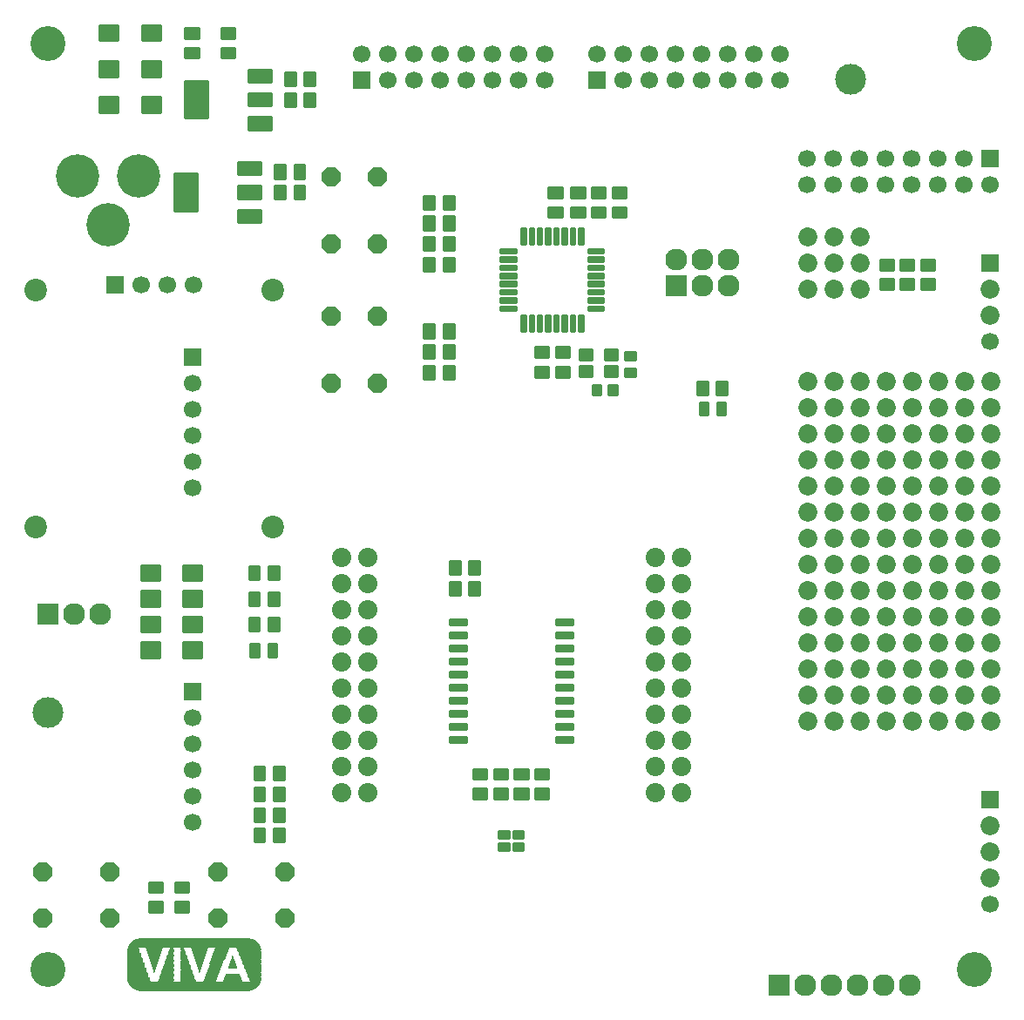
<source format=gbr>
G04 EAGLE Gerber RS-274X export*
G75*
%MOMM*%
%FSLAX34Y34*%
%LPD*%
%INSoldermask Top*%
%IPPOS*%
%AMOC8*
5,1,8,0,0,1.08239X$1,22.5*%
G01*
%ADD10C,3.400000*%
%ADD11R,2.130400X2.130400*%
%ADD12C,2.130400*%
%ADD13P,2.002422X8X22.500000*%
%ADD14C,3.000000*%
%ADD15C,1.876400*%
%ADD16R,1.700000X1.700000*%
%ADD17C,1.700000*%
%ADD18C,0.300000*%
%ADD19C,0.301000*%
%ADD20C,1.850000*%
%ADD21C,0.297000*%
%ADD22C,2.200000*%
%ADD23P,2.002422X8X292.500000*%
%ADD24R,10.795000X0.012700*%
%ADD25R,10.909300X0.012700*%
%ADD26R,11.036300X0.012700*%
%ADD27R,11.137900X0.012700*%
%ADD28R,11.201400X0.012700*%
%ADD29R,11.277600X0.012700*%
%ADD30R,11.366500X0.012700*%
%ADD31R,11.417300X0.012700*%
%ADD32R,11.480800X0.012700*%
%ADD33R,11.531600X0.012700*%
%ADD34R,11.569700X0.012700*%
%ADD35R,11.645900X0.012700*%
%ADD36R,11.684000X0.012700*%
%ADD37R,11.734800X0.012700*%
%ADD38R,11.760200X0.012700*%
%ADD39R,11.811000X0.012700*%
%ADD40R,11.861800X0.012700*%
%ADD41R,11.887200X0.012700*%
%ADD42R,11.925300X0.012700*%
%ADD43R,11.963400X0.012700*%
%ADD44R,11.988800X0.012700*%
%ADD45R,12.014200X0.012700*%
%ADD46R,12.065000X0.012700*%
%ADD47R,12.090400X0.012700*%
%ADD48R,12.115800X0.012700*%
%ADD49R,12.153900X0.012700*%
%ADD50R,12.179300X0.012700*%
%ADD51R,12.204700X0.012700*%
%ADD52R,12.230100X0.012700*%
%ADD53R,12.255500X0.012700*%
%ADD54R,12.280900X0.012700*%
%ADD55R,12.306300X0.012700*%
%ADD56R,12.331700X0.012700*%
%ADD57R,12.357100X0.012700*%
%ADD58R,12.369800X0.012700*%
%ADD59R,12.395200X0.012700*%
%ADD60R,12.420600X0.012700*%
%ADD61R,12.446000X0.012700*%
%ADD62R,12.458700X0.012700*%
%ADD63R,12.471400X0.012700*%
%ADD64R,12.496800X0.012700*%
%ADD65R,12.522200X0.012700*%
%ADD66R,12.534900X0.012700*%
%ADD67R,12.547600X0.012700*%
%ADD68R,12.573000X0.012700*%
%ADD69R,12.585700X0.012700*%
%ADD70R,12.598400X0.012700*%
%ADD71R,12.623800X0.012700*%
%ADD72R,12.649200X0.012700*%
%ADD73R,12.674600X0.012700*%
%ADD74R,12.687300X0.012700*%
%ADD75R,12.712700X0.012700*%
%ADD76R,12.725400X0.012700*%
%ADD77R,12.750800X0.012700*%
%ADD78R,12.763500X0.012700*%
%ADD79R,12.776200X0.012700*%
%ADD80R,12.788900X0.012700*%
%ADD81R,12.801600X0.012700*%
%ADD82R,12.827000X0.012700*%
%ADD83R,12.839700X0.012700*%
%ADD84R,2.184400X0.012700*%
%ADD85R,1.536700X0.012700*%
%ADD86R,1.511300X0.012700*%
%ADD87R,1.219200X0.012700*%
%ADD88R,1.905000X0.012700*%
%ADD89R,0.990600X0.012700*%
%ADD90R,1.524000X0.012700*%
%ADD91R,1.485900X0.012700*%
%ADD92R,1.206500X0.012700*%
%ADD93R,1.892300X0.012700*%
%ADD94R,2.171700X0.012700*%
%ADD95R,1.473200X0.012700*%
%ADD96R,1.879600X0.012700*%
%ADD97R,1.003300X0.012700*%
%ADD98R,1.866900X0.012700*%
%ADD99R,1.028700X0.012700*%
%ADD100R,1.460500X0.012700*%
%ADD101R,1.854200X0.012700*%
%ADD102R,1.041400X0.012700*%
%ADD103R,1.498600X0.012700*%
%ADD104R,1.841500X0.012700*%
%ADD105R,1.054100X0.012700*%
%ADD106R,1.828800X0.012700*%
%ADD107R,1.066800X0.012700*%
%ADD108R,1.447800X0.012700*%
%ADD109R,1.816100X0.012700*%
%ADD110R,1.435100X0.012700*%
%ADD111R,1.803400X0.012700*%
%ADD112R,1.092200X0.012700*%
%ADD113R,1.790700X0.012700*%
%ADD114R,1.778000X0.012700*%
%ADD115R,1.104900X0.012700*%
%ADD116R,1.422400X0.012700*%
%ADD117R,2.159000X0.012700*%
%ADD118R,1.765300X0.012700*%
%ADD119R,1.752600X0.012700*%
%ADD120R,1.117600X0.012700*%
%ADD121R,1.409700X0.012700*%
%ADD122R,1.739900X0.012700*%
%ADD123R,1.130300X0.012700*%
%ADD124R,1.143000X0.012700*%
%ADD125R,1.397000X0.012700*%
%ADD126R,1.727200X0.012700*%
%ADD127R,1.714500X0.012700*%
%ADD128R,1.155700X0.012700*%
%ADD129R,1.701800X0.012700*%
%ADD130R,1.168400X0.012700*%
%ADD131R,2.146300X0.012700*%
%ADD132R,1.384300X0.012700*%
%ADD133R,1.689100X0.012700*%
%ADD134R,1.181100X0.012700*%
%ADD135R,2.133600X0.012700*%
%ADD136R,1.676400X0.012700*%
%ADD137R,1.371600X0.012700*%
%ADD138R,1.663700X0.012700*%
%ADD139R,1.193800X0.012700*%
%ADD140R,1.358900X0.012700*%
%ADD141R,1.651000X0.012700*%
%ADD142R,1.638300X0.012700*%
%ADD143R,1.625600X0.012700*%
%ADD144R,2.120900X0.012700*%
%ADD145R,1.346200X0.012700*%
%ADD146R,1.612900X0.012700*%
%ADD147R,2.108200X0.012700*%
%ADD148R,1.587500X0.012700*%
%ADD149R,1.231900X0.012700*%
%ADD150R,1.333500X0.012700*%
%ADD151R,1.562100X0.012700*%
%ADD152R,2.095500X0.012700*%
%ADD153R,1.320800X0.012700*%
%ADD154R,1.244600X0.012700*%
%ADD155R,1.549400X0.012700*%
%ADD156R,2.082800X0.012700*%
%ADD157R,1.257300X0.012700*%
%ADD158R,1.308100X0.012700*%
%ADD159R,2.070100X0.012700*%
%ADD160R,1.270000X0.012700*%
%ADD161R,1.295400X0.012700*%
%ADD162R,2.057400X0.012700*%
%ADD163R,1.282700X0.012700*%
%ADD164R,2.044700X0.012700*%
%ADD165R,2.032000X0.012700*%
%ADD166R,2.019300X0.012700*%
%ADD167R,2.006600X0.012700*%
%ADD168R,1.993900X0.012700*%
%ADD169R,1.981200X0.012700*%
%ADD170R,1.968500X0.012700*%
%ADD171R,1.955800X0.012700*%
%ADD172R,1.943100X0.012700*%
%ADD173R,0.012700X0.012700*%
%ADD174R,0.025400X0.012700*%
%ADD175R,1.930400X0.012700*%
%ADD176R,0.038100X0.012700*%
%ADD177R,0.050800X0.012700*%
%ADD178R,1.917700X0.012700*%
%ADD179R,0.063500X0.012700*%
%ADD180R,0.076200X0.012700*%
%ADD181R,0.088900X0.012700*%
%ADD182R,0.101600X0.012700*%
%ADD183R,0.114300X0.012700*%
%ADD184R,0.127000X0.012700*%
%ADD185R,0.152400X0.012700*%
%ADD186R,0.177800X0.012700*%
%ADD187R,0.165100X0.012700*%
%ADD188R,1.079500X0.012700*%
%ADD189R,0.190500X0.012700*%
%ADD190R,0.203200X0.012700*%
%ADD191R,0.215900X0.012700*%
%ADD192R,0.228600X0.012700*%
%ADD193R,0.241300X0.012700*%
%ADD194R,0.254000X0.012700*%
%ADD195R,0.266700X0.012700*%
%ADD196R,0.279400X0.012700*%
%ADD197R,1.574800X0.012700*%
%ADD198R,0.292100X0.012700*%
%ADD199R,1.016000X0.012700*%
%ADD200R,0.304800X0.012700*%
%ADD201R,0.914400X0.012700*%
%ADD202R,0.317500X0.012700*%
%ADD203R,0.330200X0.012700*%
%ADD204R,0.889000X0.012700*%
%ADD205R,1.600200X0.012700*%
%ADD206R,0.342900X0.012700*%
%ADD207R,0.876300X0.012700*%
%ADD208R,0.355600X0.012700*%
%ADD209R,0.863600X0.012700*%
%ADD210R,0.368300X0.012700*%
%ADD211R,0.850900X0.012700*%
%ADD212R,0.977900X0.012700*%
%ADD213R,0.381000X0.012700*%
%ADD214R,0.838200X0.012700*%
%ADD215R,0.812800X0.012700*%
%ADD216R,0.406400X0.012700*%
%ADD217R,0.965200X0.012700*%
%ADD218R,0.800100X0.012700*%
%ADD219R,0.419100X0.012700*%
%ADD220R,0.952500X0.012700*%
%ADD221R,0.787400X0.012700*%
%ADD222R,0.431800X0.012700*%
%ADD223R,0.774700X0.012700*%
%ADD224R,0.444500X0.012700*%
%ADD225R,0.939800X0.012700*%
%ADD226R,0.762000X0.012700*%
%ADD227R,0.457200X0.012700*%
%ADD228R,0.736600X0.012700*%
%ADD229R,0.927100X0.012700*%
%ADD230R,0.482600X0.012700*%
%ADD231R,0.723900X0.012700*%
%ADD232R,0.711200X0.012700*%
%ADD233R,0.495300X0.012700*%
%ADD234R,0.698500X0.012700*%
%ADD235R,0.508000X0.012700*%
%ADD236R,0.901700X0.012700*%
%ADD237R,0.685800X0.012700*%
%ADD238R,0.520700X0.012700*%
%ADD239R,0.533400X0.012700*%
%ADD240R,0.660400X0.012700*%
%ADD241R,0.546100X0.012700*%
%ADD242R,0.647700X0.012700*%
%ADD243R,0.558800X0.012700*%
%ADD244R,0.635000X0.012700*%
%ADD245R,0.571500X0.012700*%
%ADD246R,0.622300X0.012700*%
%ADD247R,0.596900X0.012700*%
%ADD248R,0.584200X0.012700*%
%ADD249R,0.609600X0.012700*%
%ADD250R,0.825500X0.012700*%
%ADD251R,0.673100X0.012700*%
%ADD252R,0.469900X0.012700*%
%ADD253R,0.749300X0.012700*%
%ADD254R,0.393700X0.012700*%
%ADD255R,0.139700X0.012700*%
%ADD256R,2.197100X0.012700*%
%ADD257R,2.209800X0.012700*%
%ADD258R,2.222500X0.012700*%
%ADD259R,2.235200X0.012700*%
%ADD260R,2.247900X0.012700*%
%ADD261R,2.260600X0.012700*%
%ADD262R,2.273300X0.012700*%
%ADD263R,2.286000X0.012700*%
%ADD264R,2.298700X0.012700*%
%ADD265R,2.311400X0.012700*%
%ADD266R,2.324100X0.012700*%
%ADD267R,2.336800X0.012700*%
%ADD268R,12.852400X0.012700*%
%ADD269R,12.700000X0.012700*%
%ADD270R,12.661900X0.012700*%
%ADD271R,12.611100X0.012700*%
%ADD272R,12.509500X0.012700*%
%ADD273R,12.433300X0.012700*%
%ADD274R,12.407900X0.012700*%
%ADD275R,12.382500X0.012700*%
%ADD276R,12.344400X0.012700*%
%ADD277R,12.319000X0.012700*%
%ADD278R,12.293600X0.012700*%
%ADD279R,12.268200X0.012700*%
%ADD280R,12.242800X0.012700*%
%ADD281R,12.217400X0.012700*%
%ADD282R,12.192000X0.012700*%
%ADD283R,12.166600X0.012700*%
%ADD284R,12.141200X0.012700*%
%ADD285R,12.103100X0.012700*%
%ADD286R,12.077700X0.012700*%
%ADD287R,12.052300X0.012700*%
%ADD288R,11.938000X0.012700*%
%ADD289R,11.899900X0.012700*%
%ADD290R,11.874500X0.012700*%
%ADD291R,11.836400X0.012700*%
%ADD292R,11.798300X0.012700*%
%ADD293R,11.722100X0.012700*%
%ADD294R,11.671300X0.012700*%
%ADD295R,11.607800X0.012700*%
%ADD296R,11.506200X0.012700*%
%ADD297R,11.455400X0.012700*%
%ADD298R,11.328400X0.012700*%
%ADD299R,11.252200X0.012700*%
%ADD300R,11.099800X0.012700*%
%ADD301R,10.972800X0.012700*%
%ADD302R,10.896600X0.012700*%
%ADD303R,10.693400X0.012700*%
%ADD304C,4.200000*%
%ADD305C,0.297988*%
%ADD306C,0.312000*%
%ADD307C,0.306000*%


D10*
X50000Y950000D03*
X950000Y950000D03*
X950000Y50000D03*
X50000Y50000D03*
D11*
X760000Y35000D03*
D12*
X785400Y35000D03*
X810800Y35000D03*
X836200Y35000D03*
X861600Y35000D03*
X887000Y35000D03*
D13*
X215000Y100000D03*
X280000Y100000D03*
X215000Y145000D03*
X280000Y145000D03*
D14*
X830000Y915000D03*
X50000Y300000D03*
D15*
X360400Y450000D03*
X360400Y424600D03*
X360400Y399200D03*
X360400Y373800D03*
X360400Y348400D03*
X360400Y323000D03*
X360400Y297600D03*
X360400Y272200D03*
X360400Y246800D03*
X360400Y221400D03*
X639800Y221400D03*
X639800Y246800D03*
X639800Y272200D03*
X639800Y297600D03*
X639800Y323000D03*
X639800Y348400D03*
X639800Y373800D03*
X639800Y399200D03*
X639800Y424600D03*
X639800Y450000D03*
X335000Y450000D03*
X335000Y424600D03*
X335000Y399200D03*
X335000Y373800D03*
X335000Y348400D03*
X335000Y323000D03*
X335000Y297600D03*
X335000Y272200D03*
X335000Y246800D03*
X335000Y221400D03*
X665200Y221400D03*
X665200Y246800D03*
X665200Y272200D03*
X665200Y297600D03*
X665200Y323000D03*
X665200Y348400D03*
X665200Y373800D03*
X665200Y399200D03*
X665200Y424600D03*
X665200Y450000D03*
D16*
X190000Y320000D03*
D17*
X190000Y294600D03*
X190000Y269200D03*
X190000Y243800D03*
X190000Y218400D03*
X190000Y193000D03*
D18*
X441000Y434000D02*
X450000Y434000D01*
X441000Y434000D02*
X441000Y446000D01*
X450000Y446000D01*
X450000Y434000D01*
X450000Y436850D02*
X441000Y436850D01*
X441000Y439700D02*
X450000Y439700D01*
X450000Y442550D02*
X441000Y442550D01*
X441000Y445400D02*
X450000Y445400D01*
X460000Y434000D02*
X469000Y434000D01*
X460000Y434000D02*
X460000Y446000D01*
X469000Y446000D01*
X469000Y434000D01*
X469000Y436850D02*
X460000Y436850D01*
X460000Y439700D02*
X469000Y439700D01*
X469000Y442550D02*
X460000Y442550D01*
X460000Y445400D02*
X469000Y445400D01*
X450000Y414000D02*
X441000Y414000D01*
X441000Y426000D01*
X450000Y426000D01*
X450000Y414000D01*
X450000Y416850D02*
X441000Y416850D01*
X441000Y419700D02*
X450000Y419700D01*
X450000Y422550D02*
X441000Y422550D01*
X441000Y425400D02*
X450000Y425400D01*
X460000Y414000D02*
X469000Y414000D01*
X460000Y414000D02*
X460000Y426000D01*
X469000Y426000D01*
X469000Y414000D01*
X469000Y416850D02*
X460000Y416850D01*
X460000Y419700D02*
X469000Y419700D01*
X469000Y422550D02*
X460000Y422550D01*
X460000Y425400D02*
X469000Y425400D01*
D19*
X440985Y389145D02*
X440985Y385155D01*
X440985Y389145D02*
X455975Y389145D01*
X455975Y385155D01*
X440985Y385155D01*
X440985Y388014D02*
X455975Y388014D01*
X440985Y376445D02*
X440985Y372455D01*
X440985Y376445D02*
X455975Y376445D01*
X455975Y372455D01*
X440985Y372455D01*
X440985Y375314D02*
X455975Y375314D01*
X440985Y363745D02*
X440985Y359755D01*
X440985Y363745D02*
X455975Y363745D01*
X455975Y359755D01*
X440985Y359755D01*
X440985Y362614D02*
X455975Y362614D01*
X440985Y351045D02*
X440985Y347055D01*
X440985Y351045D02*
X455975Y351045D01*
X455975Y347055D01*
X440985Y347055D01*
X440985Y349914D02*
X455975Y349914D01*
X440985Y338345D02*
X440985Y334355D01*
X440985Y338345D02*
X455975Y338345D01*
X455975Y334355D01*
X440985Y334355D01*
X440985Y337214D02*
X455975Y337214D01*
X440985Y325645D02*
X440985Y321655D01*
X440985Y325645D02*
X455975Y325645D01*
X455975Y321655D01*
X440985Y321655D01*
X440985Y324514D02*
X455975Y324514D01*
X440985Y312945D02*
X440985Y308955D01*
X440985Y312945D02*
X455975Y312945D01*
X455975Y308955D01*
X440985Y308955D01*
X440985Y311814D02*
X455975Y311814D01*
X440985Y300245D02*
X440985Y296255D01*
X440985Y300245D02*
X455975Y300245D01*
X455975Y296255D01*
X440985Y296255D01*
X440985Y299114D02*
X455975Y299114D01*
X440985Y287545D02*
X440985Y283555D01*
X440985Y287545D02*
X455975Y287545D01*
X455975Y283555D01*
X440985Y283555D01*
X440985Y286414D02*
X455975Y286414D01*
X440985Y274845D02*
X440985Y270855D01*
X440985Y274845D02*
X455975Y274845D01*
X455975Y270855D01*
X440985Y270855D01*
X440985Y273714D02*
X455975Y273714D01*
X544385Y385155D02*
X544385Y389145D01*
X559375Y389145D01*
X559375Y385155D01*
X544385Y385155D01*
X544385Y388014D02*
X559375Y388014D01*
X544385Y376445D02*
X544385Y372455D01*
X544385Y376445D02*
X559375Y376445D01*
X559375Y372455D01*
X544385Y372455D01*
X544385Y375314D02*
X559375Y375314D01*
X544385Y363745D02*
X544385Y359755D01*
X544385Y363745D02*
X559375Y363745D01*
X559375Y359755D01*
X544385Y359755D01*
X544385Y362614D02*
X559375Y362614D01*
X544385Y351045D02*
X544385Y347055D01*
X544385Y351045D02*
X559375Y351045D01*
X559375Y347055D01*
X544385Y347055D01*
X544385Y349914D02*
X559375Y349914D01*
X544385Y338345D02*
X544385Y334355D01*
X544385Y338345D02*
X559375Y338345D01*
X559375Y334355D01*
X544385Y334355D01*
X544385Y337214D02*
X559375Y337214D01*
X544385Y325645D02*
X544385Y321655D01*
X544385Y325645D02*
X559375Y325645D01*
X559375Y321655D01*
X544385Y321655D01*
X544385Y324514D02*
X559375Y324514D01*
X544385Y312945D02*
X544385Y308955D01*
X544385Y312945D02*
X559375Y312945D01*
X559375Y308955D01*
X544385Y308955D01*
X544385Y311814D02*
X559375Y311814D01*
X544385Y300245D02*
X544385Y296255D01*
X544385Y300245D02*
X559375Y300245D01*
X559375Y296255D01*
X544385Y296255D01*
X544385Y299114D02*
X559375Y299114D01*
X544385Y287545D02*
X544385Y283555D01*
X544385Y287545D02*
X559375Y287545D01*
X559375Y283555D01*
X544385Y283555D01*
X544385Y286414D02*
X559375Y286414D01*
X544385Y274845D02*
X544385Y270855D01*
X544385Y274845D02*
X559375Y274845D01*
X559375Y270855D01*
X544385Y270855D01*
X544385Y273714D02*
X559375Y273714D01*
D18*
X536000Y225000D02*
X536000Y216000D01*
X524000Y216000D01*
X524000Y225000D01*
X536000Y225000D01*
X536000Y218850D02*
X524000Y218850D01*
X524000Y221700D02*
X536000Y221700D01*
X536000Y224550D02*
X524000Y224550D01*
X536000Y235000D02*
X536000Y244000D01*
X536000Y235000D02*
X524000Y235000D01*
X524000Y244000D01*
X536000Y244000D01*
X536000Y237850D02*
X524000Y237850D01*
X524000Y240700D02*
X536000Y240700D01*
X536000Y243550D02*
X524000Y243550D01*
X484000Y244000D02*
X484000Y235000D01*
X484000Y244000D02*
X496000Y244000D01*
X496000Y235000D01*
X484000Y235000D01*
X484000Y237850D02*
X496000Y237850D01*
X496000Y240700D02*
X484000Y240700D01*
X484000Y243550D02*
X496000Y243550D01*
X484000Y225000D02*
X484000Y216000D01*
X484000Y225000D02*
X496000Y225000D01*
X496000Y216000D01*
X484000Y216000D01*
X484000Y218850D02*
X496000Y218850D01*
X496000Y221700D02*
X484000Y221700D01*
X484000Y224550D02*
X496000Y224550D01*
X464000Y235000D02*
X464000Y244000D01*
X476000Y244000D01*
X476000Y235000D01*
X464000Y235000D01*
X464000Y237850D02*
X476000Y237850D01*
X476000Y240700D02*
X464000Y240700D01*
X464000Y243550D02*
X476000Y243550D01*
X464000Y225000D02*
X464000Y216000D01*
X464000Y225000D02*
X476000Y225000D01*
X476000Y216000D01*
X464000Y216000D01*
X464000Y218850D02*
X476000Y218850D01*
X476000Y221700D02*
X464000Y221700D01*
X464000Y224550D02*
X476000Y224550D01*
X504000Y235000D02*
X504000Y244000D01*
X516000Y244000D01*
X516000Y235000D01*
X504000Y235000D01*
X504000Y237850D02*
X516000Y237850D01*
X516000Y240700D02*
X504000Y240700D01*
X504000Y243550D02*
X516000Y243550D01*
X504000Y225000D02*
X504000Y216000D01*
X504000Y225000D02*
X516000Y225000D01*
X516000Y216000D01*
X504000Y216000D01*
X504000Y218850D02*
X516000Y218850D01*
X516000Y221700D02*
X504000Y221700D01*
X504000Y224550D02*
X516000Y224550D01*
X260000Y234000D02*
X251000Y234000D01*
X251000Y246000D01*
X260000Y246000D01*
X260000Y234000D01*
X260000Y236850D02*
X251000Y236850D01*
X251000Y239700D02*
X260000Y239700D01*
X260000Y242550D02*
X251000Y242550D01*
X251000Y245400D02*
X260000Y245400D01*
X270000Y234000D02*
X279000Y234000D01*
X270000Y234000D02*
X270000Y246000D01*
X279000Y246000D01*
X279000Y234000D01*
X279000Y236850D02*
X270000Y236850D01*
X270000Y239700D02*
X279000Y239700D01*
X279000Y242550D02*
X270000Y242550D01*
X270000Y245400D02*
X279000Y245400D01*
X279000Y206000D02*
X270000Y206000D01*
X279000Y206000D02*
X279000Y194000D01*
X270000Y194000D01*
X270000Y206000D01*
X270000Y196850D02*
X279000Y196850D01*
X279000Y199700D02*
X270000Y199700D01*
X270000Y202550D02*
X279000Y202550D01*
X279000Y205400D02*
X270000Y205400D01*
X260000Y206000D02*
X251000Y206000D01*
X260000Y206000D02*
X260000Y194000D01*
X251000Y194000D01*
X251000Y206000D01*
X251000Y196850D02*
X260000Y196850D01*
X260000Y199700D02*
X251000Y199700D01*
X251000Y202550D02*
X260000Y202550D01*
X260000Y205400D02*
X251000Y205400D01*
X149000Y134000D02*
X149000Y125000D01*
X149000Y134000D02*
X161000Y134000D01*
X161000Y125000D01*
X149000Y125000D01*
X149000Y127850D02*
X161000Y127850D01*
X161000Y130700D02*
X149000Y130700D01*
X149000Y133550D02*
X161000Y133550D01*
X149000Y115000D02*
X149000Y106000D01*
X149000Y115000D02*
X161000Y115000D01*
X161000Y106000D01*
X149000Y106000D01*
X149000Y108850D02*
X161000Y108850D01*
X161000Y111700D02*
X149000Y111700D01*
X149000Y114550D02*
X161000Y114550D01*
X899000Y730000D02*
X899000Y739000D01*
X911000Y739000D01*
X911000Y730000D01*
X899000Y730000D01*
X899000Y732850D02*
X911000Y732850D01*
X911000Y735700D02*
X899000Y735700D01*
X899000Y738550D02*
X911000Y738550D01*
X899000Y720000D02*
X899000Y711000D01*
X899000Y720000D02*
X911000Y720000D01*
X911000Y711000D01*
X899000Y711000D01*
X899000Y713850D02*
X911000Y713850D01*
X911000Y716700D02*
X899000Y716700D01*
X899000Y719550D02*
X911000Y719550D01*
X879000Y730000D02*
X879000Y739000D01*
X891000Y739000D01*
X891000Y730000D01*
X879000Y730000D01*
X879000Y732850D02*
X891000Y732850D01*
X891000Y735700D02*
X879000Y735700D01*
X879000Y738550D02*
X891000Y738550D01*
X879000Y720000D02*
X879000Y711000D01*
X879000Y720000D02*
X891000Y720000D01*
X891000Y711000D01*
X879000Y711000D01*
X879000Y713850D02*
X891000Y713850D01*
X891000Y716700D02*
X879000Y716700D01*
X879000Y719550D02*
X891000Y719550D01*
X859000Y730000D02*
X859000Y739000D01*
X871000Y739000D01*
X871000Y730000D01*
X859000Y730000D01*
X859000Y732850D02*
X871000Y732850D01*
X871000Y735700D02*
X859000Y735700D01*
X859000Y738550D02*
X871000Y738550D01*
X859000Y720000D02*
X859000Y711000D01*
X859000Y720000D02*
X871000Y720000D01*
X871000Y711000D01*
X859000Y711000D01*
X859000Y713850D02*
X871000Y713850D01*
X871000Y716700D02*
X859000Y716700D01*
X859000Y719550D02*
X871000Y719550D01*
D11*
X50000Y395000D03*
D12*
X75400Y395000D03*
X100800Y395000D03*
D13*
X45000Y100000D03*
X110000Y100000D03*
X45000Y145000D03*
X110000Y145000D03*
D18*
X270000Y226000D02*
X279000Y226000D01*
X279000Y214000D01*
X270000Y214000D01*
X270000Y226000D01*
X270000Y216850D02*
X279000Y216850D01*
X279000Y219700D02*
X270000Y219700D01*
X270000Y222550D02*
X279000Y222550D01*
X279000Y225400D02*
X270000Y225400D01*
X260000Y226000D02*
X251000Y226000D01*
X260000Y226000D02*
X260000Y214000D01*
X251000Y214000D01*
X251000Y226000D01*
X251000Y216850D02*
X260000Y216850D01*
X260000Y219700D02*
X251000Y219700D01*
X251000Y222550D02*
X260000Y222550D01*
X260000Y225400D02*
X251000Y225400D01*
X174000Y134000D02*
X174000Y125000D01*
X174000Y134000D02*
X186000Y134000D01*
X186000Y125000D01*
X174000Y125000D01*
X174000Y127850D02*
X186000Y127850D01*
X186000Y130700D02*
X174000Y130700D01*
X174000Y133550D02*
X186000Y133550D01*
X174000Y115000D02*
X174000Y106000D01*
X174000Y115000D02*
X186000Y115000D01*
X186000Y106000D01*
X174000Y106000D01*
X174000Y108850D02*
X186000Y108850D01*
X186000Y111700D02*
X174000Y111700D01*
X174000Y114550D02*
X186000Y114550D01*
X510500Y670500D02*
X513500Y670500D01*
X510500Y670500D02*
X510500Y684500D01*
X513500Y684500D01*
X513500Y670500D01*
X513500Y673350D02*
X510500Y673350D01*
X510500Y676200D02*
X513500Y676200D01*
X513500Y679050D02*
X510500Y679050D01*
X510500Y681900D02*
X513500Y681900D01*
X518500Y670500D02*
X521500Y670500D01*
X518500Y670500D02*
X518500Y684500D01*
X521500Y684500D01*
X521500Y670500D01*
X521500Y673350D02*
X518500Y673350D01*
X518500Y676200D02*
X521500Y676200D01*
X521500Y679050D02*
X518500Y679050D01*
X518500Y681900D02*
X521500Y681900D01*
X526500Y670500D02*
X529500Y670500D01*
X526500Y670500D02*
X526500Y684500D01*
X529500Y684500D01*
X529500Y670500D01*
X529500Y673350D02*
X526500Y673350D01*
X526500Y676200D02*
X529500Y676200D01*
X529500Y679050D02*
X526500Y679050D01*
X526500Y681900D02*
X529500Y681900D01*
X534500Y670500D02*
X537500Y670500D01*
X534500Y670500D02*
X534500Y684500D01*
X537500Y684500D01*
X537500Y670500D01*
X537500Y673350D02*
X534500Y673350D01*
X534500Y676200D02*
X537500Y676200D01*
X537500Y679050D02*
X534500Y679050D01*
X534500Y681900D02*
X537500Y681900D01*
X542500Y670500D02*
X545500Y670500D01*
X542500Y670500D02*
X542500Y684500D01*
X545500Y684500D01*
X545500Y670500D01*
X545500Y673350D02*
X542500Y673350D01*
X542500Y676200D02*
X545500Y676200D01*
X545500Y679050D02*
X542500Y679050D01*
X542500Y681900D02*
X545500Y681900D01*
X550500Y670500D02*
X553500Y670500D01*
X550500Y670500D02*
X550500Y684500D01*
X553500Y684500D01*
X553500Y670500D01*
X553500Y673350D02*
X550500Y673350D01*
X550500Y676200D02*
X553500Y676200D01*
X553500Y679050D02*
X550500Y679050D01*
X550500Y681900D02*
X553500Y681900D01*
X558500Y670500D02*
X561500Y670500D01*
X558500Y670500D02*
X558500Y684500D01*
X561500Y684500D01*
X561500Y670500D01*
X561500Y673350D02*
X558500Y673350D01*
X558500Y676200D02*
X561500Y676200D01*
X561500Y679050D02*
X558500Y679050D01*
X558500Y681900D02*
X561500Y681900D01*
X566500Y670500D02*
X569500Y670500D01*
X566500Y670500D02*
X566500Y684500D01*
X569500Y684500D01*
X569500Y670500D01*
X569500Y673350D02*
X566500Y673350D01*
X566500Y676200D02*
X569500Y676200D01*
X569500Y679050D02*
X566500Y679050D01*
X566500Y681900D02*
X569500Y681900D01*
X575500Y690500D02*
X575500Y693500D01*
X589500Y693500D01*
X589500Y690500D01*
X575500Y690500D01*
X575500Y693350D02*
X589500Y693350D01*
X575500Y698500D02*
X575500Y701500D01*
X589500Y701500D01*
X589500Y698500D01*
X575500Y698500D01*
X575500Y701350D02*
X589500Y701350D01*
X575500Y706500D02*
X575500Y709500D01*
X589500Y709500D01*
X589500Y706500D01*
X575500Y706500D01*
X575500Y709350D02*
X589500Y709350D01*
X575500Y714500D02*
X575500Y717500D01*
X589500Y717500D01*
X589500Y714500D01*
X575500Y714500D01*
X575500Y717350D02*
X589500Y717350D01*
X575500Y722500D02*
X575500Y725500D01*
X589500Y725500D01*
X589500Y722500D01*
X575500Y722500D01*
X575500Y725350D02*
X589500Y725350D01*
X575500Y730500D02*
X575500Y733500D01*
X589500Y733500D01*
X589500Y730500D01*
X575500Y730500D01*
X575500Y733350D02*
X589500Y733350D01*
X575500Y738500D02*
X575500Y741500D01*
X589500Y741500D01*
X589500Y738500D01*
X575500Y738500D01*
X575500Y741350D02*
X589500Y741350D01*
X575500Y746500D02*
X575500Y749500D01*
X589500Y749500D01*
X589500Y746500D01*
X575500Y746500D01*
X575500Y749350D02*
X589500Y749350D01*
X569500Y755500D02*
X566500Y755500D01*
X566500Y769500D01*
X569500Y769500D01*
X569500Y755500D01*
X569500Y758350D02*
X566500Y758350D01*
X566500Y761200D02*
X569500Y761200D01*
X569500Y764050D02*
X566500Y764050D01*
X566500Y766900D02*
X569500Y766900D01*
X561500Y755500D02*
X558500Y755500D01*
X558500Y769500D01*
X561500Y769500D01*
X561500Y755500D01*
X561500Y758350D02*
X558500Y758350D01*
X558500Y761200D02*
X561500Y761200D01*
X561500Y764050D02*
X558500Y764050D01*
X558500Y766900D02*
X561500Y766900D01*
X553500Y755500D02*
X550500Y755500D01*
X550500Y769500D01*
X553500Y769500D01*
X553500Y755500D01*
X553500Y758350D02*
X550500Y758350D01*
X550500Y761200D02*
X553500Y761200D01*
X553500Y764050D02*
X550500Y764050D01*
X550500Y766900D02*
X553500Y766900D01*
X545500Y755500D02*
X542500Y755500D01*
X542500Y769500D01*
X545500Y769500D01*
X545500Y755500D01*
X545500Y758350D02*
X542500Y758350D01*
X542500Y761200D02*
X545500Y761200D01*
X545500Y764050D02*
X542500Y764050D01*
X542500Y766900D02*
X545500Y766900D01*
X537500Y755500D02*
X534500Y755500D01*
X534500Y769500D01*
X537500Y769500D01*
X537500Y755500D01*
X537500Y758350D02*
X534500Y758350D01*
X534500Y761200D02*
X537500Y761200D01*
X537500Y764050D02*
X534500Y764050D01*
X534500Y766900D02*
X537500Y766900D01*
X529500Y755500D02*
X526500Y755500D01*
X526500Y769500D01*
X529500Y769500D01*
X529500Y755500D01*
X529500Y758350D02*
X526500Y758350D01*
X526500Y761200D02*
X529500Y761200D01*
X529500Y764050D02*
X526500Y764050D01*
X526500Y766900D02*
X529500Y766900D01*
X521500Y755500D02*
X518500Y755500D01*
X518500Y769500D01*
X521500Y769500D01*
X521500Y755500D01*
X521500Y758350D02*
X518500Y758350D01*
X518500Y761200D02*
X521500Y761200D01*
X521500Y764050D02*
X518500Y764050D01*
X518500Y766900D02*
X521500Y766900D01*
X513500Y755500D02*
X510500Y755500D01*
X510500Y769500D01*
X513500Y769500D01*
X513500Y755500D01*
X513500Y758350D02*
X510500Y758350D01*
X510500Y761200D02*
X513500Y761200D01*
X513500Y764050D02*
X510500Y764050D01*
X510500Y766900D02*
X513500Y766900D01*
X490500Y749500D02*
X490500Y746500D01*
X490500Y749500D02*
X504500Y749500D01*
X504500Y746500D01*
X490500Y746500D01*
X490500Y749350D02*
X504500Y749350D01*
X490500Y741500D02*
X490500Y738500D01*
X490500Y741500D02*
X504500Y741500D01*
X504500Y738500D01*
X490500Y738500D01*
X490500Y741350D02*
X504500Y741350D01*
X490500Y733500D02*
X490500Y730500D01*
X490500Y733500D02*
X504500Y733500D01*
X504500Y730500D01*
X490500Y730500D01*
X490500Y733350D02*
X504500Y733350D01*
X490500Y725500D02*
X490500Y722500D01*
X490500Y725500D02*
X504500Y725500D01*
X504500Y722500D01*
X490500Y722500D01*
X490500Y725350D02*
X504500Y725350D01*
X490500Y717500D02*
X490500Y714500D01*
X490500Y717500D02*
X504500Y717500D01*
X504500Y714500D01*
X490500Y714500D01*
X490500Y717350D02*
X504500Y717350D01*
X490500Y709500D02*
X490500Y706500D01*
X490500Y709500D02*
X504500Y709500D01*
X504500Y706500D01*
X490500Y706500D01*
X490500Y709350D02*
X504500Y709350D01*
X490500Y701500D02*
X490500Y698500D01*
X490500Y701500D02*
X504500Y701500D01*
X504500Y698500D01*
X490500Y698500D01*
X490500Y701350D02*
X504500Y701350D01*
X490500Y693500D02*
X490500Y690500D01*
X490500Y693500D02*
X504500Y693500D01*
X504500Y690500D01*
X490500Y690500D01*
X490500Y693350D02*
X504500Y693350D01*
D16*
X965000Y736500D03*
D20*
X965000Y711100D03*
X965000Y685700D03*
D17*
X965000Y660300D03*
D16*
X965000Y215000D03*
D20*
X965000Y189600D03*
X965000Y164200D03*
X965000Y138800D03*
D17*
X965000Y113400D03*
D18*
X578500Y651500D02*
X567500Y651500D01*
X578500Y651500D02*
X578500Y642500D01*
X567500Y642500D01*
X567500Y651500D01*
X567500Y645350D02*
X578500Y645350D01*
X578500Y648200D02*
X567500Y648200D01*
X567500Y651050D02*
X578500Y651050D01*
X591500Y651500D02*
X602500Y651500D01*
X602500Y642500D01*
X591500Y642500D01*
X591500Y651500D01*
X591500Y645350D02*
X602500Y645350D01*
X602500Y648200D02*
X591500Y648200D01*
X591500Y651050D02*
X602500Y651050D01*
X578500Y635500D02*
X567500Y635500D01*
X578500Y635500D02*
X578500Y626500D01*
X567500Y626500D01*
X567500Y635500D01*
X567500Y629350D02*
X578500Y629350D01*
X578500Y632200D02*
X567500Y632200D01*
X567500Y635050D02*
X578500Y635050D01*
X591500Y635500D02*
X602500Y635500D01*
X602500Y626500D01*
X591500Y626500D01*
X591500Y635500D01*
X591500Y629350D02*
X602500Y629350D01*
X602500Y632200D02*
X591500Y632200D01*
X591500Y635050D02*
X602500Y635050D01*
X602500Y617500D02*
X595500Y617500D01*
X602500Y617500D02*
X602500Y608500D01*
X595500Y608500D01*
X595500Y617500D01*
X595500Y611350D02*
X602500Y611350D01*
X602500Y614200D02*
X595500Y614200D01*
X595500Y617050D02*
X602500Y617050D01*
X586500Y617500D02*
X579500Y617500D01*
X586500Y617500D02*
X586500Y608500D01*
X579500Y608500D01*
X579500Y617500D01*
X579500Y611350D02*
X586500Y611350D01*
X586500Y614200D02*
X579500Y614200D01*
X579500Y617050D02*
X586500Y617050D01*
X620500Y626500D02*
X620500Y633500D01*
X620500Y626500D02*
X611500Y626500D01*
X611500Y633500D01*
X620500Y633500D01*
X620500Y629350D02*
X611500Y629350D01*
X611500Y632200D02*
X620500Y632200D01*
X620500Y642500D02*
X620500Y649500D01*
X620500Y642500D02*
X611500Y642500D01*
X611500Y649500D01*
X620500Y649500D01*
X620500Y645350D02*
X611500Y645350D01*
X611500Y648200D02*
X620500Y648200D01*
D21*
X497515Y177985D02*
X488485Y177985D01*
X488485Y184015D01*
X497515Y184015D01*
X497515Y177985D01*
X497515Y180806D02*
X488485Y180806D01*
X488485Y183627D02*
X497515Y183627D01*
X497515Y165985D02*
X488485Y165985D01*
X488485Y172015D01*
X497515Y172015D01*
X497515Y165985D01*
X497515Y168806D02*
X488485Y168806D01*
X488485Y171627D02*
X497515Y171627D01*
X502485Y165985D02*
X511515Y165985D01*
X502485Y165985D02*
X502485Y172015D01*
X511515Y172015D01*
X511515Y165985D01*
X511515Y168806D02*
X502485Y168806D01*
X502485Y171627D02*
X511515Y171627D01*
X511515Y177985D02*
X502485Y177985D01*
X502485Y184015D01*
X511515Y184015D01*
X511515Y177985D01*
X511515Y180806D02*
X502485Y180806D01*
X502485Y183627D02*
X511515Y183627D01*
D16*
X115000Y715000D03*
D17*
X140400Y715000D03*
X165800Y715000D03*
X191200Y715000D03*
D22*
X38000Y710000D03*
X268000Y710000D03*
X38000Y480000D03*
X268000Y480000D03*
D18*
X416000Y789000D02*
X425000Y789000D01*
X416000Y789000D02*
X416000Y801000D01*
X425000Y801000D01*
X425000Y789000D01*
X425000Y791850D02*
X416000Y791850D01*
X416000Y794700D02*
X425000Y794700D01*
X425000Y797550D02*
X416000Y797550D01*
X416000Y800400D02*
X425000Y800400D01*
X435000Y789000D02*
X444000Y789000D01*
X435000Y789000D02*
X435000Y801000D01*
X444000Y801000D01*
X444000Y789000D01*
X444000Y791850D02*
X435000Y791850D01*
X435000Y794700D02*
X444000Y794700D01*
X444000Y797550D02*
X435000Y797550D01*
X435000Y800400D02*
X444000Y800400D01*
D23*
X325000Y820000D03*
X325000Y755000D03*
X370000Y820000D03*
X370000Y755000D03*
D18*
X435000Y781000D02*
X444000Y781000D01*
X444000Y769000D01*
X435000Y769000D01*
X435000Y781000D01*
X435000Y771850D02*
X444000Y771850D01*
X444000Y774700D02*
X435000Y774700D01*
X435000Y777550D02*
X444000Y777550D01*
X444000Y780400D02*
X435000Y780400D01*
X425000Y781000D02*
X416000Y781000D01*
X425000Y781000D02*
X425000Y769000D01*
X416000Y769000D01*
X416000Y781000D01*
X416000Y771850D02*
X425000Y771850D01*
X425000Y774700D02*
X416000Y774700D01*
X416000Y777550D02*
X425000Y777550D01*
X425000Y780400D02*
X416000Y780400D01*
X599000Y800000D02*
X599000Y809000D01*
X611000Y809000D01*
X611000Y800000D01*
X599000Y800000D01*
X599000Y802850D02*
X611000Y802850D01*
X611000Y805700D02*
X599000Y805700D01*
X599000Y808550D02*
X611000Y808550D01*
X599000Y790000D02*
X599000Y781000D01*
X599000Y790000D02*
X611000Y790000D01*
X611000Y781000D01*
X599000Y781000D01*
X599000Y783850D02*
X611000Y783850D01*
X611000Y786700D02*
X599000Y786700D01*
X599000Y789550D02*
X611000Y789550D01*
X591000Y790000D02*
X591000Y781000D01*
X579000Y781000D01*
X579000Y790000D01*
X591000Y790000D01*
X591000Y783850D02*
X579000Y783850D01*
X579000Y786700D02*
X591000Y786700D01*
X591000Y789550D02*
X579000Y789550D01*
X591000Y800000D02*
X591000Y809000D01*
X591000Y800000D02*
X579000Y800000D01*
X579000Y809000D01*
X591000Y809000D01*
X591000Y802850D02*
X579000Y802850D01*
X579000Y805700D02*
X591000Y805700D01*
X591000Y808550D02*
X579000Y808550D01*
X571000Y790000D02*
X571000Y781000D01*
X559000Y781000D01*
X559000Y790000D01*
X571000Y790000D01*
X571000Y783850D02*
X559000Y783850D01*
X559000Y786700D02*
X571000Y786700D01*
X571000Y789550D02*
X559000Y789550D01*
X571000Y800000D02*
X571000Y809000D01*
X571000Y800000D02*
X559000Y800000D01*
X559000Y809000D01*
X571000Y809000D01*
X571000Y802850D02*
X559000Y802850D01*
X559000Y805700D02*
X571000Y805700D01*
X571000Y808550D02*
X559000Y808550D01*
X544000Y654000D02*
X544000Y645000D01*
X544000Y654000D02*
X556000Y654000D01*
X556000Y645000D01*
X544000Y645000D01*
X544000Y647850D02*
X556000Y647850D01*
X556000Y650700D02*
X544000Y650700D01*
X544000Y653550D02*
X556000Y653550D01*
X544000Y635000D02*
X544000Y626000D01*
X544000Y635000D02*
X556000Y635000D01*
X556000Y626000D01*
X544000Y626000D01*
X544000Y628850D02*
X556000Y628850D01*
X556000Y631700D02*
X544000Y631700D01*
X544000Y634550D02*
X556000Y634550D01*
X524000Y645000D02*
X524000Y654000D01*
X536000Y654000D01*
X536000Y645000D01*
X524000Y645000D01*
X524000Y647850D02*
X536000Y647850D01*
X536000Y650700D02*
X524000Y650700D01*
X524000Y653550D02*
X536000Y653550D01*
X524000Y635000D02*
X524000Y626000D01*
X524000Y635000D02*
X536000Y635000D01*
X536000Y626000D01*
X524000Y626000D01*
X524000Y628850D02*
X536000Y628850D01*
X536000Y631700D02*
X524000Y631700D01*
X524000Y634550D02*
X536000Y634550D01*
X425000Y749000D02*
X416000Y749000D01*
X416000Y761000D01*
X425000Y761000D01*
X425000Y749000D01*
X425000Y751850D02*
X416000Y751850D01*
X416000Y754700D02*
X425000Y754700D01*
X425000Y757550D02*
X416000Y757550D01*
X416000Y760400D02*
X425000Y760400D01*
X435000Y749000D02*
X444000Y749000D01*
X435000Y749000D02*
X435000Y761000D01*
X444000Y761000D01*
X444000Y749000D01*
X444000Y751850D02*
X435000Y751850D01*
X435000Y754700D02*
X444000Y754700D01*
X444000Y757550D02*
X435000Y757550D01*
X435000Y760400D02*
X444000Y760400D01*
D16*
X190000Y645000D03*
D17*
X190000Y619600D03*
X190000Y594200D03*
X190000Y568800D03*
X190000Y543400D03*
X190000Y518000D03*
D24*
X191961Y29000D03*
D25*
X192024Y29127D03*
D26*
X192024Y29254D03*
D27*
X192024Y29381D03*
D28*
X191961Y29508D03*
D29*
X191961Y29635D03*
D30*
X192024Y29762D03*
D31*
X192024Y29889D03*
D32*
X191961Y30016D03*
D33*
X191961Y30143D03*
D34*
X192024Y30270D03*
D35*
X192024Y30397D03*
D36*
X191961Y30524D03*
D37*
X191961Y30651D03*
D38*
X191961Y30778D03*
D39*
X191961Y30905D03*
D40*
X191961Y31032D03*
D41*
X191961Y31159D03*
D42*
X192024Y31286D03*
D43*
X191961Y31413D03*
D44*
X191961Y31540D03*
D45*
X191961Y31667D03*
D46*
X191961Y31794D03*
D47*
X191961Y31921D03*
D48*
X191961Y32048D03*
D49*
X192024Y32175D03*
D50*
X192024Y32302D03*
D51*
X192024Y32429D03*
D52*
X192024Y32556D03*
D53*
X192024Y32683D03*
D54*
X192024Y32810D03*
D55*
X192024Y32937D03*
D56*
X192024Y33064D03*
D57*
X192024Y33191D03*
D58*
X191961Y33318D03*
D59*
X191961Y33445D03*
D60*
X191961Y33572D03*
D61*
X191961Y33699D03*
D62*
X192024Y33826D03*
D63*
X191961Y33953D03*
D64*
X191961Y34080D03*
D65*
X191961Y34207D03*
D66*
X192024Y34334D03*
D67*
X191961Y34461D03*
D68*
X191961Y34588D03*
D69*
X192024Y34715D03*
D70*
X191961Y34842D03*
D71*
X191961Y34969D03*
X191961Y35096D03*
D72*
X191961Y35223D03*
D73*
X191961Y35350D03*
X191961Y35477D03*
D74*
X192024Y35604D03*
D75*
X192024Y35731D03*
X192024Y35858D03*
D76*
X191961Y35985D03*
D77*
X191961Y36112D03*
X191961Y36239D03*
D78*
X192024Y36366D03*
D79*
X191961Y36493D03*
D80*
X192024Y36620D03*
D81*
X191961Y36747D03*
D82*
X191961Y36874D03*
X191961Y37001D03*
D83*
X192024Y37128D03*
X192024Y37255D03*
D84*
X138621Y37382D03*
D85*
X164338Y37382D03*
D86*
X186182Y37382D03*
D87*
X206820Y37382D03*
D88*
X229553Y37382D03*
D89*
X251270Y37382D03*
D84*
X138621Y37509D03*
D90*
X164402Y37509D03*
D91*
X186182Y37509D03*
D92*
X206883Y37509D03*
D93*
X229489Y37509D03*
D89*
X251270Y37509D03*
D94*
X138557Y37636D03*
D90*
X164402Y37636D03*
D95*
X186119Y37636D03*
D92*
X206883Y37636D03*
D96*
X229553Y37636D03*
D97*
X251333Y37636D03*
D84*
X138494Y37763D03*
D86*
X164465Y37763D03*
D95*
X186119Y37763D03*
D92*
X207010Y37763D03*
D96*
X229553Y37763D03*
D97*
X251333Y37763D03*
D84*
X138494Y37890D03*
D86*
X164465Y37890D03*
D95*
X186119Y37890D03*
D92*
X207010Y37890D03*
D98*
X229489Y37890D03*
D99*
X251333Y37890D03*
D84*
X138367Y38017D03*
D86*
X164465Y38017D03*
D100*
X186055Y38017D03*
D87*
X207074Y38017D03*
D101*
X229553Y38017D03*
D102*
X251270Y38017D03*
D84*
X138367Y38144D03*
D103*
X164529Y38144D03*
D100*
X186055Y38144D03*
D92*
X207137Y38144D03*
D101*
X229553Y38144D03*
D102*
X251270Y38144D03*
D94*
X138303Y38271D03*
D103*
X164529Y38271D03*
D100*
X186055Y38271D03*
D92*
X207137Y38271D03*
D104*
X229489Y38271D03*
D105*
X251333Y38271D03*
D94*
X138303Y38398D03*
D103*
X164529Y38398D03*
D100*
X186055Y38398D03*
D92*
X207264Y38398D03*
D106*
X229553Y38398D03*
D107*
X251270Y38398D03*
D84*
X138240Y38525D03*
D91*
X164592Y38525D03*
D108*
X185992Y38525D03*
D92*
X207264Y38525D03*
D109*
X229489Y38525D03*
D107*
X251270Y38525D03*
D84*
X138240Y38652D03*
D91*
X164592Y38652D03*
D110*
X185928Y38652D03*
D92*
X207264Y38652D03*
D109*
X229489Y38652D03*
D107*
X251270Y38652D03*
D94*
X138176Y38779D03*
D91*
X164592Y38779D03*
D110*
X185928Y38779D03*
D92*
X207391Y38779D03*
D111*
X229553Y38779D03*
D112*
X251270Y38779D03*
D94*
X138176Y38906D03*
D95*
X164656Y38906D03*
D110*
X185928Y38906D03*
D92*
X207391Y38906D03*
D113*
X229489Y38906D03*
D112*
X251270Y38906D03*
D94*
X138049Y39033D03*
D95*
X164656Y39033D03*
D110*
X185928Y39033D03*
D87*
X207455Y39033D03*
D114*
X229553Y39033D03*
D115*
X251206Y39033D03*
D94*
X138049Y39160D03*
D100*
X164719Y39160D03*
D116*
X185865Y39160D03*
D92*
X207518Y39160D03*
D114*
X229553Y39160D03*
D115*
X251206Y39160D03*
D117*
X137986Y39287D03*
D100*
X164719Y39287D03*
D116*
X185865Y39287D03*
D92*
X207518Y39287D03*
D118*
X229489Y39287D03*
D115*
X251206Y39287D03*
D117*
X137986Y39414D03*
D100*
X164719Y39414D03*
D116*
X185865Y39414D03*
D92*
X207645Y39414D03*
D119*
X229553Y39414D03*
D120*
X251143Y39414D03*
D94*
X137922Y39541D03*
D100*
X164719Y39541D03*
D121*
X185801Y39541D03*
D92*
X207645Y39541D03*
D122*
X229489Y39541D03*
D123*
X251206Y39541D03*
D94*
X137922Y39668D03*
D108*
X164783Y39668D03*
D121*
X185801Y39668D03*
D92*
X207645Y39668D03*
D122*
X229489Y39668D03*
D124*
X251143Y39668D03*
D117*
X137859Y39795D03*
D108*
X164783Y39795D03*
D125*
X185738Y39795D03*
D87*
X207709Y39795D03*
D126*
X229553Y39795D03*
D124*
X251143Y39795D03*
D117*
X137859Y39922D03*
D110*
X164846Y39922D03*
D125*
X185738Y39922D03*
D92*
X207772Y39922D03*
D127*
X229489Y39922D03*
D128*
X251079Y39922D03*
D117*
X137859Y40049D03*
D110*
X164846Y40049D03*
D125*
X185738Y40049D03*
D87*
X207836Y40049D03*
D129*
X229553Y40049D03*
D130*
X251143Y40049D03*
D131*
X137795Y40176D03*
D110*
X164846Y40176D03*
D132*
X185674Y40176D03*
D92*
X207899Y40176D03*
D133*
X229489Y40176D03*
D130*
X251143Y40176D03*
D131*
X137795Y40303D03*
D116*
X164910Y40303D03*
D132*
X185674Y40303D03*
D92*
X207899Y40303D03*
D133*
X229489Y40303D03*
D134*
X251079Y40303D03*
D135*
X137732Y40430D03*
D116*
X164910Y40430D03*
D132*
X185674Y40430D03*
D92*
X208026Y40430D03*
D136*
X229553Y40430D03*
D134*
X251079Y40430D03*
D131*
X137668Y40557D03*
D116*
X164910Y40557D03*
D137*
X185611Y40557D03*
D92*
X208026Y40557D03*
D138*
X229489Y40557D03*
D134*
X251079Y40557D03*
D131*
X137668Y40684D03*
D121*
X164973Y40684D03*
D137*
X185611Y40684D03*
D87*
X208090Y40684D03*
D138*
X229489Y40684D03*
D139*
X251016Y40684D03*
D135*
X137605Y40811D03*
D121*
X164973Y40811D03*
D140*
X185547Y40811D03*
D87*
X208090Y40811D03*
D141*
X229426Y40811D03*
D139*
X251016Y40811D03*
D135*
X137605Y40938D03*
D121*
X164973Y40938D03*
D140*
X185547Y40938D03*
D87*
X208217Y40938D03*
D142*
X229489Y40938D03*
D92*
X250952Y40938D03*
D135*
X137605Y41065D03*
D125*
X165037Y41065D03*
D140*
X185547Y41065D03*
D87*
X208217Y41065D03*
D143*
X229553Y41065D03*
D92*
X250952Y41065D03*
D144*
X137541Y41192D03*
D125*
X165037Y41192D03*
D145*
X185484Y41192D03*
D87*
X208217Y41192D03*
D146*
X229489Y41192D03*
D87*
X250889Y41192D03*
D144*
X137541Y41319D03*
D132*
X165100Y41319D03*
D145*
X185484Y41319D03*
D87*
X208344Y41319D03*
D146*
X229489Y41319D03*
D87*
X250889Y41319D03*
D147*
X137478Y41446D03*
D132*
X165100Y41446D03*
D145*
X185484Y41446D03*
D87*
X208344Y41446D03*
D146*
X229489Y41446D03*
D87*
X250889Y41446D03*
D147*
X137478Y41573D03*
D132*
X165100Y41573D03*
D145*
X185484Y41573D03*
D92*
X208407Y41573D03*
D148*
X229489Y41573D03*
D149*
X250825Y41573D03*
D147*
X137478Y41700D03*
D137*
X165164Y41700D03*
D150*
X185420Y41700D03*
D87*
X208471Y41700D03*
D148*
X229489Y41700D03*
D149*
X250825Y41700D03*
D147*
X137478Y41827D03*
D137*
X165164Y41827D03*
D150*
X185420Y41827D03*
D87*
X208471Y41827D03*
D151*
X229489Y41827D03*
D149*
X250825Y41827D03*
D152*
X137414Y41954D03*
D137*
X165164Y41954D03*
D153*
X185357Y41954D03*
D87*
X208598Y41954D03*
D151*
X229489Y41954D03*
D154*
X250762Y41954D03*
D152*
X137414Y42081D03*
D140*
X165227Y42081D03*
D153*
X185357Y42081D03*
D87*
X208598Y42081D03*
D155*
X229553Y42081D03*
D154*
X250762Y42081D03*
D156*
X137351Y42208D03*
D140*
X165227Y42208D03*
D153*
X185357Y42208D03*
D87*
X208598Y42208D03*
D85*
X229489Y42208D03*
D157*
X250698Y42208D03*
D156*
X137351Y42335D03*
D145*
X165291Y42335D03*
D158*
X185293Y42335D03*
D87*
X208725Y42335D03*
D85*
X229489Y42335D03*
D157*
X250698Y42335D03*
D159*
X137287Y42462D03*
D145*
X165291Y42462D03*
D158*
X185293Y42462D03*
D87*
X208725Y42462D03*
D85*
X229489Y42462D03*
D157*
X250698Y42462D03*
D159*
X137287Y42589D03*
D145*
X165291Y42589D03*
D158*
X185293Y42589D03*
D87*
X208725Y42589D03*
D86*
X229489Y42589D03*
D160*
X250635Y42589D03*
D159*
X137287Y42716D03*
D145*
X165291Y42716D03*
D161*
X185230Y42716D03*
D87*
X208852Y42716D03*
D86*
X229489Y42716D03*
D160*
X250635Y42716D03*
D159*
X137287Y42843D03*
D150*
X165354Y42843D03*
D161*
X185230Y42843D03*
D149*
X208915Y42843D03*
D103*
X229426Y42843D03*
D160*
X250635Y42843D03*
D162*
X137224Y42970D03*
D150*
X165354Y42970D03*
D161*
X185230Y42970D03*
D149*
X208915Y42970D03*
D91*
X229489Y42970D03*
D163*
X250571Y42970D03*
D162*
X137224Y43097D03*
D150*
X165354Y43097D03*
D163*
X185166Y43097D03*
D87*
X208979Y43097D03*
D91*
X229489Y43097D03*
D161*
X250508Y43097D03*
D162*
X137224Y43224D03*
D153*
X165418Y43224D03*
D163*
X185166Y43224D03*
D149*
X209042Y43224D03*
D100*
X229489Y43224D03*
D161*
X250508Y43224D03*
D164*
X137160Y43351D03*
D153*
X165418Y43351D03*
D160*
X185103Y43351D03*
D87*
X209106Y43351D03*
D100*
X229489Y43351D03*
D161*
X250508Y43351D03*
D164*
X137160Y43478D03*
D158*
X165481Y43478D03*
D160*
X185103Y43478D03*
D87*
X209106Y43478D03*
D100*
X229489Y43478D03*
D158*
X250444Y43478D03*
D165*
X137097Y43605D03*
D158*
X165481Y43605D03*
D160*
X185103Y43605D03*
D149*
X209169Y43605D03*
D110*
X229489Y43605D03*
D158*
X250444Y43605D03*
D165*
X137097Y43732D03*
D158*
X165481Y43732D03*
D157*
X185039Y43732D03*
D149*
X209169Y43732D03*
D110*
X229489Y43732D03*
D158*
X250444Y43732D03*
D165*
X137097Y43859D03*
D161*
X165545Y43859D03*
D157*
X185039Y43859D03*
D149*
X209296Y43859D03*
D116*
X229426Y43859D03*
D153*
X250381Y43859D03*
D166*
X137033Y43986D03*
D161*
X165545Y43986D03*
D157*
X185039Y43986D03*
D149*
X209296Y43986D03*
D121*
X229489Y43986D03*
D153*
X250381Y43986D03*
D166*
X137033Y44113D03*
D161*
X165545Y44113D03*
D154*
X184976Y44113D03*
D87*
X209360Y44113D03*
D125*
X229426Y44113D03*
D150*
X250317Y44113D03*
D166*
X137033Y44240D03*
D163*
X165608Y44240D03*
D154*
X184976Y44240D03*
D149*
X209423Y44240D03*
D132*
X229489Y44240D03*
D150*
X250317Y44240D03*
D167*
X136970Y44367D03*
D163*
X165608Y44367D03*
D149*
X184912Y44367D03*
X209423Y44367D03*
D132*
X229489Y44367D03*
D150*
X250317Y44367D03*
D167*
X136970Y44494D03*
D160*
X165672Y44494D03*
D149*
X184912Y44494D03*
D87*
X209487Y44494D03*
D137*
X229426Y44494D03*
D145*
X250254Y44494D03*
D168*
X136906Y44621D03*
D160*
X165672Y44621D03*
D149*
X184912Y44621D03*
X209550Y44621D03*
D140*
X229489Y44621D03*
D145*
X250254Y44621D03*
D168*
X136906Y44748D03*
D160*
X165672Y44748D03*
D149*
X184912Y44748D03*
X209550Y44748D03*
D145*
X229426Y44748D03*
X250254Y44748D03*
D168*
X136906Y44875D03*
D157*
X165735Y44875D03*
D87*
X184849Y44875D03*
D149*
X209677Y44875D03*
D145*
X229426Y44875D03*
D140*
X250190Y44875D03*
D168*
X136906Y45002D03*
D157*
X165735Y45002D03*
D87*
X184849Y45002D03*
D149*
X209677Y45002D03*
D150*
X229489Y45002D03*
D137*
X250127Y45002D03*
D169*
X136843Y45129D03*
D157*
X165735Y45129D03*
D87*
X184849Y45129D03*
X209741Y45129D03*
D137*
X250127Y45129D03*
D169*
X136843Y45256D03*
D154*
X165799Y45256D03*
D92*
X184785Y45256D03*
D149*
X209804Y45256D03*
D137*
X250127Y45256D03*
D170*
X136779Y45383D03*
D154*
X165799Y45383D03*
D92*
X184785Y45383D03*
D149*
X209804Y45383D03*
D132*
X250063Y45383D03*
D170*
X136779Y45510D03*
D149*
X165862Y45510D03*
D139*
X184722Y45510D03*
D87*
X209868Y45510D03*
D132*
X250063Y45510D03*
D170*
X136779Y45637D03*
D149*
X165862Y45637D03*
D139*
X184722Y45637D03*
D149*
X209931Y45637D03*
D132*
X250063Y45637D03*
D171*
X136716Y45764D03*
D149*
X165862Y45764D03*
D139*
X184722Y45764D03*
D149*
X209931Y45764D03*
D125*
X250000Y45764D03*
D171*
X136716Y45891D03*
D87*
X165926Y45891D03*
D134*
X184658Y45891D03*
D154*
X209995Y45891D03*
D125*
X250000Y45891D03*
D171*
X136716Y46018D03*
D87*
X165926Y46018D03*
D134*
X184658Y46018D03*
D149*
X210058Y46018D03*
D121*
X249936Y46018D03*
D172*
X136652Y46145D03*
D87*
X165926Y46145D03*
D134*
X184658Y46145D03*
D87*
X210122Y46145D03*
D121*
X249936Y46145D03*
D172*
X136652Y46272D03*
D173*
X153416Y46272D03*
D87*
X165926Y46272D03*
D130*
X184595Y46272D03*
D173*
X197485Y46272D03*
D149*
X210185Y46272D03*
D121*
X249936Y46272D03*
D172*
X136652Y46399D03*
D174*
X153353Y46399D03*
D92*
X165989Y46399D03*
D130*
X184595Y46399D03*
D174*
X197422Y46399D03*
D149*
X210185Y46399D03*
D116*
X249873Y46399D03*
D175*
X136589Y46526D03*
D174*
X153353Y46526D03*
D92*
X165989Y46526D03*
D128*
X184531Y46526D03*
D176*
X197485Y46526D03*
D149*
X210312Y46526D03*
D116*
X249873Y46526D03*
D175*
X136589Y46653D03*
D176*
X153289Y46653D03*
D139*
X166053Y46653D03*
D128*
X184531Y46653D03*
D176*
X197485Y46653D03*
D149*
X210312Y46653D03*
D116*
X249873Y46653D03*
D175*
X136589Y46780D03*
D177*
X153353Y46780D03*
D139*
X166053Y46780D03*
D128*
X184531Y46780D03*
D176*
X197485Y46780D03*
D149*
X210312Y46780D03*
D110*
X249809Y46780D03*
D178*
X136525Y46907D03*
D177*
X153353Y46907D03*
D134*
X166116Y46907D03*
D124*
X184468Y46907D03*
D177*
X197422Y46907D03*
D154*
X210376Y46907D03*
D108*
X249746Y46907D03*
D178*
X136525Y47034D03*
D177*
X153353Y47034D03*
D134*
X166116Y47034D03*
D124*
X184468Y47034D03*
D179*
X197485Y47034D03*
D149*
X210439Y47034D03*
D108*
X249746Y47034D03*
D88*
X136462Y47161D03*
D180*
X153353Y47161D03*
D134*
X166116Y47161D03*
D124*
X184468Y47161D03*
D180*
X197422Y47161D03*
D149*
X210566Y47161D03*
D108*
X249746Y47161D03*
D88*
X136462Y47288D03*
D180*
X153353Y47288D03*
D134*
X166116Y47288D03*
D123*
X184404Y47288D03*
D180*
X197422Y47288D03*
D149*
X210566Y47288D03*
D100*
X249682Y47288D03*
D88*
X136462Y47415D03*
D181*
X153416Y47415D03*
D130*
X166180Y47415D03*
D123*
X184404Y47415D03*
D180*
X197422Y47415D03*
D149*
X210566Y47415D03*
D100*
X249682Y47415D03*
D93*
X136398Y47542D03*
D182*
X153353Y47542D03*
D130*
X166180Y47542D03*
D120*
X184341Y47542D03*
D182*
X197422Y47542D03*
D154*
X210630Y47542D03*
D100*
X249682Y47542D03*
D93*
X136398Y47669D03*
D182*
X153353Y47669D03*
D130*
X166180Y47669D03*
D120*
X184341Y47669D03*
D182*
X197422Y47669D03*
D149*
X210693Y47669D03*
D95*
X249619Y47669D03*
D93*
X136398Y47796D03*
D183*
X153289Y47796D03*
D128*
X166243Y47796D03*
D120*
X184341Y47796D03*
D183*
X197485Y47796D03*
D149*
X210693Y47796D03*
D95*
X249619Y47796D03*
D93*
X136398Y47923D03*
D184*
X153353Y47923D03*
D128*
X166243Y47923D03*
D120*
X184341Y47923D03*
D184*
X197422Y47923D03*
D154*
X210757Y47923D03*
D91*
X249555Y47923D03*
D96*
X136335Y48050D03*
D184*
X153353Y48050D03*
D124*
X166307Y48050D03*
D115*
X184277Y48050D03*
D184*
X197422Y48050D03*
D154*
X210884Y48050D03*
D91*
X249555Y48050D03*
D96*
X136335Y48177D03*
D184*
X153353Y48177D03*
D124*
X166307Y48177D03*
D115*
X184277Y48177D03*
D185*
X197422Y48177D03*
D154*
X210884Y48177D03*
D91*
X249555Y48177D03*
D98*
X136271Y48304D03*
D185*
X153353Y48304D03*
D124*
X166307Y48304D03*
D115*
X184277Y48304D03*
D185*
X197422Y48304D03*
D149*
X210947Y48304D03*
D103*
X249492Y48304D03*
D98*
X136271Y48431D03*
D185*
X153353Y48431D03*
D123*
X166370Y48431D03*
D112*
X184214Y48431D03*
D185*
X197422Y48431D03*
D149*
X210947Y48431D03*
D103*
X249492Y48431D03*
D98*
X136271Y48558D03*
D186*
X153353Y48558D03*
D123*
X166370Y48558D03*
D112*
X184214Y48558D03*
D187*
X197485Y48558D03*
D154*
X211011Y48558D03*
D86*
X249428Y48558D03*
D101*
X136208Y48685D03*
D186*
X153353Y48685D03*
D123*
X166370Y48685D03*
D188*
X184150Y48685D03*
D186*
X197422Y48685D03*
D149*
X211074Y48685D03*
D86*
X249428Y48685D03*
D101*
X136208Y48812D03*
D189*
X153289Y48812D03*
D123*
X166370Y48812D03*
D188*
X184150Y48812D03*
D186*
X197422Y48812D03*
D149*
X211074Y48812D03*
D90*
X249365Y48812D03*
D101*
X136208Y48939D03*
D190*
X153353Y48939D03*
D120*
X166434Y48939D03*
D188*
X184150Y48939D03*
D189*
X197485Y48939D03*
D154*
X211138Y48939D03*
D90*
X249365Y48939D03*
D104*
X136144Y49066D03*
D190*
X153353Y49066D03*
D115*
X166497Y49066D03*
D107*
X184087Y49066D03*
D190*
X197422Y49066D03*
D157*
X211201Y49066D03*
D90*
X249365Y49066D03*
D104*
X136144Y49193D03*
D190*
X153353Y49193D03*
D115*
X166497Y49193D03*
D107*
X184087Y49193D03*
D190*
X197422Y49193D03*
D154*
X211265Y49193D03*
D85*
X249301Y49193D03*
D106*
X136081Y49320D03*
D191*
X153289Y49320D03*
D115*
X166497Y49320D03*
D107*
X184087Y49320D03*
D192*
X197422Y49320D03*
D149*
X211328Y49320D03*
D85*
X249301Y49320D03*
D106*
X136081Y49447D03*
D191*
X153289Y49447D03*
D115*
X166497Y49447D03*
D105*
X184023Y49447D03*
D192*
X197422Y49447D03*
D154*
X211392Y49447D03*
D85*
X249301Y49447D03*
D106*
X136081Y49574D03*
D192*
X153353Y49574D03*
D112*
X166561Y49574D03*
D105*
X184023Y49574D03*
D192*
X197422Y49574D03*
D154*
X211392Y49574D03*
D155*
X249238Y49574D03*
D109*
X136017Y49701D03*
D193*
X153289Y49701D03*
D112*
X166561Y49701D03*
D102*
X183960Y49701D03*
D193*
X197485Y49701D03*
D149*
X211455Y49701D03*
D155*
X249238Y49701D03*
D109*
X136017Y49828D03*
D194*
X153353Y49828D03*
D112*
X166561Y49828D03*
D102*
X183960Y49828D03*
D194*
X197422Y49828D03*
D154*
X211519Y49828D03*
D151*
X249174Y49828D03*
D109*
X136017Y49955D03*
D195*
X153289Y49955D03*
D188*
X166624Y49955D03*
D102*
X183960Y49955D03*
D195*
X197485Y49955D03*
D154*
X211519Y49955D03*
D151*
X249174Y49955D03*
D111*
X135954Y50082D03*
D195*
X153289Y50082D03*
D188*
X166624Y50082D03*
D99*
X183896Y50082D03*
D195*
X197485Y50082D03*
D157*
X211582Y50082D03*
D151*
X249174Y50082D03*
D111*
X135954Y50209D03*
D196*
X153353Y50209D03*
D107*
X166688Y50209D03*
D99*
X183896Y50209D03*
D196*
X197422Y50209D03*
D154*
X211646Y50209D03*
D197*
X249111Y50209D03*
D113*
X135890Y50336D03*
D196*
X153353Y50336D03*
D107*
X166688Y50336D03*
D99*
X183896Y50336D03*
D196*
X197422Y50336D03*
D149*
X211709Y50336D03*
D197*
X249111Y50336D03*
D113*
X135890Y50463D03*
D198*
X153289Y50463D03*
D107*
X166688Y50463D03*
D199*
X183833Y50463D03*
D200*
X197422Y50463D03*
D154*
X211773Y50463D03*
D148*
X249047Y50463D03*
D113*
X135890Y50590D03*
D200*
X153353Y50590D03*
D105*
X166751Y50590D03*
D199*
X183833Y50590D03*
D200*
X197422Y50590D03*
D154*
X211773Y50590D03*
D148*
X249047Y50590D03*
D114*
X135827Y50717D03*
D200*
X153353Y50717D03*
D105*
X166751Y50717D03*
D97*
X183769Y50717D03*
D200*
X197422Y50717D03*
D154*
X211773Y50717D03*
D201*
X229426Y50717D03*
D148*
X249047Y50717D03*
D114*
X135827Y50844D03*
D202*
X153289Y50844D03*
D105*
X166751Y50844D03*
D97*
X183769Y50844D03*
D203*
X197422Y50844D03*
D154*
X211900Y50844D03*
D204*
X229426Y50844D03*
D205*
X248984Y50844D03*
D114*
X135827Y50971D03*
D203*
X153353Y50971D03*
D102*
X166815Y50971D03*
D97*
X183769Y50971D03*
D203*
X197422Y50971D03*
D154*
X211900Y50971D03*
D204*
X229426Y50971D03*
D205*
X248984Y50971D03*
D114*
X135827Y51098D03*
D206*
X153289Y51098D03*
D102*
X166815Y51098D03*
D89*
X183706Y51098D03*
D206*
X197485Y51098D03*
D157*
X211963Y51098D03*
D207*
X229362Y51098D03*
D146*
X248920Y51098D03*
D118*
X135763Y51225D03*
D206*
X153289Y51225D03*
D99*
X166878Y51225D03*
D89*
X183706Y51225D03*
D208*
X197422Y51225D03*
D154*
X212027Y51225D03*
D209*
X229426Y51225D03*
D146*
X248920Y51225D03*
D118*
X135763Y51352D03*
D208*
X153353Y51352D03*
D99*
X166878Y51352D03*
D89*
X183706Y51352D03*
D208*
X197422Y51352D03*
D154*
X212027Y51352D03*
D209*
X229426Y51352D03*
D146*
X248920Y51352D03*
D119*
X135700Y51479D03*
D210*
X153289Y51479D03*
D99*
X166878Y51479D03*
D89*
X183706Y51479D03*
D210*
X197358Y51479D03*
D154*
X212154Y51479D03*
D211*
X229362Y51479D03*
D143*
X248857Y51479D03*
D119*
X135700Y51606D03*
D210*
X153289Y51606D03*
D199*
X166942Y51606D03*
D212*
X183642Y51606D03*
D213*
X197422Y51606D03*
D154*
X212154Y51606D03*
D214*
X229426Y51606D03*
D143*
X248857Y51606D03*
D119*
X135700Y51733D03*
D213*
X153353Y51733D03*
D199*
X166942Y51733D03*
D212*
X183642Y51733D03*
D213*
X197422Y51733D03*
D157*
X212217Y51733D03*
D214*
X229426Y51733D03*
D142*
X248793Y51733D03*
D122*
X135636Y51860D03*
D213*
X153353Y51860D03*
D199*
X166942Y51860D03*
D212*
X183642Y51860D03*
D213*
X197422Y51860D03*
D154*
X212281Y51860D03*
D215*
X229426Y51860D03*
D142*
X248793Y51860D03*
D122*
X135636Y51987D03*
D216*
X153353Y51987D03*
D97*
X167005Y51987D03*
D217*
X183579Y51987D03*
D216*
X197422Y51987D03*
D157*
X212344Y51987D03*
D215*
X229426Y51987D03*
D141*
X248730Y51987D03*
D122*
X135636Y52114D03*
D216*
X153353Y52114D03*
D97*
X167005Y52114D03*
D217*
X183579Y52114D03*
D216*
X197422Y52114D03*
D157*
X212344Y52114D03*
D218*
X229362Y52114D03*
D141*
X248730Y52114D03*
D126*
X135573Y52241D03*
D219*
X153289Y52241D03*
D89*
X167069Y52241D03*
D220*
X183515Y52241D03*
D216*
X197422Y52241D03*
D157*
X212344Y52241D03*
D221*
X229426Y52241D03*
D141*
X248730Y52241D03*
D126*
X135573Y52368D03*
D219*
X153289Y52368D03*
D89*
X167069Y52368D03*
D220*
X183515Y52368D03*
D219*
X197358Y52368D03*
D157*
X212471Y52368D03*
D221*
X229426Y52368D03*
D138*
X248666Y52368D03*
D127*
X135509Y52495D03*
D222*
X153353Y52495D03*
D89*
X167069Y52495D03*
D220*
X183515Y52495D03*
D222*
X197422Y52495D03*
D157*
X212471Y52495D03*
D223*
X229362Y52495D03*
D138*
X248666Y52495D03*
D127*
X135509Y52622D03*
D224*
X153289Y52622D03*
D89*
X167069Y52622D03*
D225*
X183452Y52622D03*
D222*
X197422Y52622D03*
D154*
X212535Y52622D03*
D226*
X229426Y52622D03*
D138*
X248666Y52622D03*
D127*
X135509Y52749D03*
D224*
X153289Y52749D03*
D212*
X167132Y52749D03*
D225*
X183452Y52749D03*
D224*
X197485Y52749D03*
D157*
X212598Y52749D03*
D226*
X229426Y52749D03*
D136*
X248603Y52749D03*
D129*
X135446Y52876D03*
D227*
X153353Y52876D03*
D212*
X167132Y52876D03*
D225*
X183452Y52876D03*
D227*
X197422Y52876D03*
D157*
X212598Y52876D03*
D228*
X229426Y52876D03*
D136*
X248603Y52876D03*
D129*
X135446Y53003D03*
D227*
X153353Y53003D03*
D212*
X167132Y53003D03*
D229*
X183388Y53003D03*
D227*
X197422Y53003D03*
D157*
X212725Y53003D03*
D228*
X229426Y53003D03*
D133*
X248539Y53003D03*
D129*
X135446Y53130D03*
D230*
X153353Y53130D03*
D217*
X167196Y53130D03*
D229*
X183388Y53130D03*
D230*
X197422Y53130D03*
D157*
X212725Y53130D03*
D231*
X229362Y53130D03*
D133*
X248539Y53130D03*
X135382Y53257D03*
D230*
X153353Y53257D03*
D217*
X167196Y53257D03*
D201*
X183325Y53257D03*
D230*
X197422Y53257D03*
D154*
X212789Y53257D03*
D232*
X229426Y53257D03*
D129*
X248476Y53257D03*
D133*
X135382Y53384D03*
D233*
X153289Y53384D03*
D220*
X167259Y53384D03*
D201*
X183325Y53384D03*
D230*
X197422Y53384D03*
D157*
X212852Y53384D03*
D232*
X229426Y53384D03*
D129*
X248476Y53384D03*
D136*
X135319Y53511D03*
D233*
X153289Y53511D03*
D220*
X167259Y53511D03*
D201*
X183325Y53511D03*
D233*
X197358Y53511D03*
D157*
X212852Y53511D03*
D234*
X229362Y53511D03*
D129*
X248476Y53511D03*
D136*
X135319Y53638D03*
D235*
X153353Y53638D03*
D220*
X167259Y53638D03*
D236*
X183261Y53638D03*
D235*
X197422Y53638D03*
D157*
X212852Y53638D03*
D237*
X229426Y53638D03*
D127*
X248412Y53638D03*
D136*
X135319Y53765D03*
D238*
X153289Y53765D03*
D225*
X167323Y53765D03*
D236*
X183261Y53765D03*
D235*
X197422Y53765D03*
D157*
X212979Y53765D03*
D237*
X229426Y53765D03*
D127*
X248412Y53765D03*
D138*
X135255Y53892D03*
D238*
X153289Y53892D03*
D225*
X167323Y53892D03*
D236*
X183261Y53892D03*
D239*
X197422Y53892D03*
D157*
X212979Y53892D03*
D240*
X229426Y53892D03*
D126*
X248349Y53892D03*
D138*
X135255Y54019D03*
D239*
X153353Y54019D03*
D225*
X167323Y54019D03*
D236*
X183261Y54019D03*
D239*
X197422Y54019D03*
D157*
X213106Y54019D03*
D240*
X229426Y54019D03*
D126*
X248349Y54019D03*
D138*
X135255Y54146D03*
D239*
X153353Y54146D03*
D229*
X167386Y54146D03*
D204*
X183198Y54146D03*
D241*
X197358Y54146D03*
D157*
X213106Y54146D03*
D242*
X229362Y54146D03*
D126*
X248349Y54146D03*
D138*
X135255Y54273D03*
D243*
X153353Y54273D03*
D229*
X167386Y54273D03*
D207*
X183134Y54273D03*
D243*
X197422Y54273D03*
D157*
X213106Y54273D03*
D244*
X229426Y54273D03*
D122*
X248285Y54273D03*
D141*
X135192Y54400D03*
D243*
X153353Y54400D03*
D201*
X167450Y54400D03*
D207*
X183134Y54400D03*
D243*
X197422Y54400D03*
D157*
X213233Y54400D03*
D244*
X229426Y54400D03*
D122*
X248285Y54400D03*
D142*
X135128Y54527D03*
D245*
X153289Y54527D03*
D201*
X167450Y54527D03*
D207*
X183134Y54527D03*
D243*
X197422Y54527D03*
D157*
X213233Y54527D03*
D246*
X229362Y54527D03*
D122*
X248285Y54527D03*
D142*
X135128Y54654D03*
D245*
X153289Y54654D03*
D201*
X167450Y54654D03*
D207*
X183134Y54654D03*
D245*
X197358Y54654D03*
D157*
X213233Y54654D03*
D246*
X229362Y54654D03*
D119*
X248222Y54654D03*
D142*
X135128Y54781D03*
D247*
X153289Y54781D03*
D236*
X167513Y54781D03*
D209*
X183071Y54781D03*
D248*
X197422Y54781D03*
D157*
X213360Y54781D03*
D249*
X229426Y54781D03*
D118*
X248158Y54781D03*
D142*
X135128Y54908D03*
D247*
X153289Y54908D03*
D236*
X167513Y54908D03*
D209*
X183071Y54908D03*
D248*
X197422Y54908D03*
D160*
X213424Y54908D03*
D247*
X229362Y54908D03*
D118*
X248158Y54908D03*
D143*
X135065Y55035D03*
D247*
X153289Y55035D03*
D236*
X167513Y55035D03*
D209*
X183071Y55035D03*
D249*
X197422Y55035D03*
D157*
X213487Y55035D03*
D248*
X229426Y55035D03*
D118*
X248158Y55035D03*
D143*
X135065Y55162D03*
D249*
X153353Y55162D03*
D204*
X167577Y55162D03*
D211*
X183007Y55162D03*
D249*
X197422Y55162D03*
D157*
X213487Y55162D03*
D245*
X229362Y55162D03*
D114*
X248095Y55162D03*
D143*
X135065Y55289D03*
D246*
X153289Y55289D03*
D204*
X167577Y55289D03*
D211*
X183007Y55289D03*
D246*
X197358Y55289D03*
D160*
X213551Y55289D03*
D245*
X229362Y55289D03*
D114*
X248095Y55289D03*
D146*
X135001Y55416D03*
D244*
X153353Y55416D03*
D207*
X167640Y55416D03*
D214*
X182944Y55416D03*
D244*
X197422Y55416D03*
D157*
X213614Y55416D03*
D243*
X229426Y55416D03*
D114*
X248095Y55416D03*
D146*
X135001Y55543D03*
D242*
X153289Y55543D03*
D207*
X167640Y55543D03*
D214*
X182944Y55543D03*
D244*
X197422Y55543D03*
D157*
X213614Y55543D03*
D241*
X229362Y55543D03*
D113*
X248031Y55543D03*
D205*
X134938Y55670D03*
D242*
X153289Y55670D03*
D207*
X167640Y55670D03*
D214*
X182944Y55670D03*
D242*
X197358Y55670D03*
D160*
X213678Y55670D03*
D241*
X229362Y55670D03*
D113*
X248031Y55670D03*
D205*
X134938Y55797D03*
D242*
X153289Y55797D03*
D207*
X167640Y55797D03*
D250*
X182880Y55797D03*
D242*
X197358Y55797D03*
D160*
X213678Y55797D03*
D239*
X229426Y55797D03*
D111*
X247968Y55797D03*
D205*
X134938Y55924D03*
D251*
X153289Y55924D03*
D209*
X167704Y55924D03*
D250*
X182880Y55924D03*
D240*
X197422Y55924D03*
D160*
X213805Y55924D03*
D235*
X229426Y55924D03*
D111*
X247968Y55924D03*
D148*
X134874Y56051D03*
D251*
X153289Y56051D03*
D209*
X167704Y56051D03*
D250*
X182880Y56051D03*
D240*
X197422Y56051D03*
D160*
X213805Y56051D03*
D235*
X229426Y56051D03*
D111*
X247968Y56051D03*
D148*
X134874Y56178D03*
D251*
X153289Y56178D03*
D209*
X167704Y56178D03*
D250*
X182880Y56178D03*
D237*
X197422Y56178D03*
D157*
X213868Y56178D03*
D233*
X229362Y56178D03*
D109*
X247904Y56178D03*
D148*
X134874Y56305D03*
D237*
X153353Y56305D03*
D211*
X167767Y56305D03*
D215*
X182817Y56305D03*
D237*
X197422Y56305D03*
D160*
X213932Y56305D03*
D233*
X229362Y56305D03*
D109*
X247904Y56305D03*
D197*
X134811Y56432D03*
D234*
X153289Y56432D03*
D211*
X167767Y56432D03*
D218*
X182753Y56432D03*
D234*
X197358Y56432D03*
D157*
X213995Y56432D03*
D230*
X229426Y56432D03*
D109*
X247904Y56432D03*
D197*
X134811Y56559D03*
D232*
X153353Y56559D03*
D214*
X167831Y56559D03*
D218*
X182753Y56559D03*
D232*
X197422Y56559D03*
D157*
X213995Y56559D03*
D252*
X229362Y56559D03*
D106*
X247841Y56559D03*
D197*
X134811Y56686D03*
D232*
X153353Y56686D03*
D214*
X167831Y56686D03*
D218*
X182753Y56686D03*
D232*
X197422Y56686D03*
D160*
X214059Y56686D03*
D252*
X229362Y56686D03*
D104*
X247777Y56686D03*
D151*
X134747Y56813D03*
D231*
X153289Y56813D03*
D214*
X167831Y56813D03*
D221*
X182690Y56813D03*
D231*
X197358Y56813D03*
D160*
X214059Y56813D03*
D227*
X229426Y56813D03*
D104*
X247777Y56813D03*
D151*
X134747Y56940D03*
D231*
X153289Y56940D03*
D250*
X167894Y56940D03*
D221*
X182690Y56940D03*
D231*
X197358Y56940D03*
D157*
X214122Y56940D03*
D224*
X229362Y56940D03*
D104*
X247777Y56940D03*
D155*
X134684Y57067D03*
D253*
X153289Y57067D03*
D250*
X167894Y57067D03*
D221*
X182690Y57067D03*
D228*
X197422Y57067D03*
D160*
X214186Y57067D03*
D224*
X229362Y57067D03*
D101*
X247714Y57067D03*
D155*
X134684Y57194D03*
D253*
X153289Y57194D03*
D250*
X167894Y57194D03*
D221*
X182690Y57194D03*
D253*
X197358Y57194D03*
D160*
X214313Y57194D03*
D219*
X229362Y57194D03*
D101*
X247714Y57194D03*
D155*
X134684Y57321D03*
D253*
X153289Y57321D03*
D215*
X167958Y57321D03*
D223*
X182626Y57321D03*
D226*
X197422Y57321D03*
D160*
X214313Y57321D03*
D219*
X229362Y57321D03*
D101*
X247714Y57321D03*
D155*
X134684Y57448D03*
D223*
X153289Y57448D03*
D215*
X167958Y57448D03*
D226*
X182563Y57448D03*
D223*
X197358Y57448D03*
D160*
X214313Y57448D03*
D216*
X229426Y57448D03*
D98*
X247650Y57448D03*
D85*
X134620Y57575D03*
D223*
X153289Y57575D03*
D215*
X167958Y57575D03*
D226*
X182563Y57575D03*
D223*
X197358Y57575D03*
D160*
X214440Y57575D03*
D254*
X229362Y57575D03*
D98*
X247650Y57575D03*
D85*
X134620Y57702D03*
D223*
X153289Y57702D03*
D218*
X168021Y57702D03*
D226*
X182563Y57702D03*
D223*
X197358Y57702D03*
D160*
X214440Y57702D03*
D254*
X229362Y57702D03*
D96*
X247587Y57702D03*
D85*
X134620Y57829D03*
D223*
X153289Y57829D03*
D218*
X168021Y57829D03*
D226*
X182563Y57829D03*
D221*
X197422Y57829D03*
D160*
X214440Y57829D03*
D213*
X229426Y57829D03*
D96*
X247587Y57829D03*
D90*
X134557Y57956D03*
D218*
X153289Y57956D03*
D221*
X168085Y57956D03*
D253*
X182499Y57956D03*
D218*
X197358Y57956D03*
D160*
X214567Y57956D03*
D210*
X229362Y57956D03*
D96*
X247587Y57956D03*
D90*
X134557Y58083D03*
D218*
X153289Y58083D03*
D221*
X168085Y58083D03*
D253*
X182499Y58083D03*
D218*
X197358Y58083D03*
D160*
X214567Y58083D03*
D210*
X229362Y58083D03*
D93*
X247523Y58083D03*
D86*
X134493Y58210D03*
D250*
X153289Y58210D03*
D221*
X168085Y58210D03*
D253*
X182499Y58210D03*
D215*
X197422Y58210D03*
D160*
X214694Y58210D03*
D206*
X229362Y58210D03*
D93*
X247523Y58210D03*
D86*
X134493Y58337D03*
D250*
X153289Y58337D03*
D223*
X168148Y58337D03*
D228*
X182436Y58337D03*
D250*
X197358Y58337D03*
D160*
X214694Y58337D03*
D206*
X229362Y58337D03*
D93*
X247523Y58337D03*
D86*
X134493Y58464D03*
D250*
X153289Y58464D03*
D223*
X168148Y58464D03*
D228*
X182436Y58464D03*
D214*
X197422Y58464D03*
D160*
X214694Y58464D03*
D203*
X229426Y58464D03*
D88*
X247460Y58464D03*
D103*
X134430Y58591D03*
D211*
X153289Y58591D03*
D223*
X168148Y58591D03*
D231*
X182372Y58591D03*
D211*
X197358Y58591D03*
D160*
X214821Y58591D03*
D202*
X229362Y58591D03*
D178*
X247396Y58591D03*
D103*
X134430Y58718D03*
D211*
X153289Y58718D03*
D223*
X168148Y58718D03*
D231*
X182372Y58718D03*
D211*
X197358Y58718D03*
D160*
X214821Y58718D03*
D202*
X229362Y58718D03*
D178*
X247396Y58718D03*
D103*
X134430Y58845D03*
D211*
X153289Y58845D03*
D226*
X168212Y58845D03*
D231*
X182372Y58845D03*
D211*
X197358Y58845D03*
D160*
X214821Y58845D03*
D200*
X229426Y58845D03*
D178*
X247396Y58845D03*
D91*
X134366Y58972D03*
D209*
X153353Y58972D03*
D226*
X168212Y58972D03*
D232*
X182309Y58972D03*
D209*
X197422Y58972D03*
D163*
X214884Y58972D03*
D198*
X229362Y58972D03*
D175*
X247333Y58972D03*
D91*
X134366Y59099D03*
D207*
X153289Y59099D03*
D253*
X168275Y59099D03*
D232*
X182309Y59099D03*
D207*
X197358Y59099D03*
D160*
X214948Y59099D03*
D198*
X229362Y59099D03*
D175*
X247333Y59099D03*
D95*
X134303Y59226D03*
D207*
X153289Y59226D03*
D253*
X168275Y59226D03*
D232*
X182309Y59226D03*
D207*
X197358Y59226D03*
D163*
X215011Y59226D03*
D196*
X229426Y59226D03*
D175*
X247333Y59226D03*
D95*
X134303Y59353D03*
D236*
X153289Y59353D03*
D253*
X168275Y59353D03*
D232*
X182309Y59353D03*
D204*
X197422Y59353D03*
D160*
X215075Y59353D03*
D195*
X229362Y59353D03*
D172*
X247269Y59353D03*
D95*
X134303Y59480D03*
D236*
X153289Y59480D03*
D228*
X168339Y59480D03*
D234*
X182245Y59480D03*
D236*
X197358Y59480D03*
D160*
X215075Y59480D03*
D194*
X229426Y59480D03*
D172*
X247269Y59480D03*
D100*
X134239Y59607D03*
D236*
X153289Y59607D03*
D228*
X168339Y59607D03*
D237*
X182182Y59607D03*
D201*
X197422Y59607D03*
D160*
X215202Y59607D03*
D193*
X229362Y59607D03*
D172*
X247269Y59607D03*
D100*
X134239Y59734D03*
D201*
X153226Y59734D03*
D228*
X168339Y59734D03*
D237*
X182182Y59734D03*
D229*
X197358Y59734D03*
D160*
X215202Y59734D03*
D193*
X229362Y59734D03*
D171*
X247206Y59734D03*
D100*
X134239Y59861D03*
D229*
X153289Y59861D03*
D231*
X168402Y59861D03*
D237*
X182182Y59861D03*
D229*
X197358Y59861D03*
D160*
X215202Y59861D03*
D193*
X229362Y59861D03*
D171*
X247206Y59861D03*
D108*
X134176Y59988D03*
D229*
X153289Y59988D03*
D231*
X168402Y59988D03*
D251*
X182118Y59988D03*
D225*
X197422Y59988D03*
D163*
X215265Y59988D03*
D191*
X229362Y59988D03*
D170*
X247142Y59988D03*
D108*
X134176Y60115D03*
D225*
X153226Y60115D03*
D232*
X168466Y60115D03*
D251*
X182118Y60115D03*
D220*
X197358Y60115D03*
D160*
X215329Y60115D03*
D191*
X229362Y60115D03*
D170*
X247142Y60115D03*
D110*
X134112Y60242D03*
D220*
X153289Y60242D03*
D232*
X168466Y60242D03*
D251*
X182118Y60242D03*
D220*
X197358Y60242D03*
D163*
X215392Y60242D03*
D191*
X229362Y60242D03*
D170*
X247142Y60242D03*
D110*
X134112Y60369D03*
D217*
X153226Y60369D03*
D232*
X168466Y60369D03*
D251*
X182118Y60369D03*
D220*
X197358Y60369D03*
D160*
X215456Y60369D03*
D189*
X229362Y60369D03*
D169*
X247079Y60369D03*
D110*
X134112Y60496D03*
D212*
X153289Y60496D03*
D234*
X168529Y60496D03*
D240*
X182055Y60496D03*
D217*
X197422Y60496D03*
D160*
X215456Y60496D03*
D189*
X229362Y60496D03*
D169*
X247079Y60496D03*
D110*
X134112Y60623D03*
D212*
X153289Y60623D03*
D234*
X168529Y60623D03*
D242*
X181991Y60623D03*
D212*
X197358Y60623D03*
D163*
X215519Y60623D03*
D187*
X229362Y60623D03*
D169*
X247079Y60623D03*
D116*
X134049Y60750D03*
D89*
X153226Y60750D03*
D234*
X168529Y60750D03*
D242*
X181991Y60750D03*
D89*
X197422Y60750D03*
D160*
X215583Y60750D03*
D187*
X229362Y60750D03*
D168*
X247015Y60750D03*
D116*
X134049Y60877D03*
D89*
X153226Y60877D03*
D237*
X168593Y60877D03*
D242*
X181991Y60877D03*
D97*
X197358Y60877D03*
D163*
X215646Y60877D03*
D187*
X229362Y60877D03*
D167*
X246952Y60877D03*
D116*
X134049Y61004D03*
D97*
X153289Y61004D03*
D237*
X168593Y61004D03*
D242*
X181991Y61004D03*
D97*
X197358Y61004D03*
D163*
X215646Y61004D03*
D255*
X229362Y61004D03*
D167*
X246952Y61004D03*
D121*
X133985Y61131D03*
D97*
X153289Y61131D03*
D251*
X168656Y61131D03*
D244*
X181928Y61131D03*
D199*
X197422Y61131D03*
D163*
X215773Y61131D03*
D255*
X229362Y61131D03*
D167*
X246952Y61131D03*
D121*
X133985Y61258D03*
D199*
X153226Y61258D03*
D251*
X168656Y61258D03*
D244*
X181928Y61258D03*
D99*
X197358Y61258D03*
D163*
X215773Y61258D03*
D255*
X229362Y61258D03*
D166*
X246888Y61258D03*
D125*
X133922Y61385D03*
D99*
X153289Y61385D03*
D251*
X168656Y61385D03*
D244*
X181928Y61385D03*
D99*
X197358Y61385D03*
D160*
X215837Y61385D03*
D184*
X229426Y61385D03*
D166*
X246888Y61385D03*
D125*
X133922Y61512D03*
D102*
X153226Y61512D03*
D240*
X168720Y61512D03*
D246*
X181864Y61512D03*
D99*
X197358Y61512D03*
D163*
X215900Y61512D03*
D183*
X229362Y61512D03*
D166*
X246888Y61512D03*
D125*
X133922Y61639D03*
D105*
X153289Y61639D03*
D240*
X168720Y61639D03*
D246*
X181864Y61639D03*
D105*
X197358Y61639D03*
D163*
X215900Y61639D03*
D181*
X229362Y61639D03*
D165*
X246825Y61639D03*
D132*
X133858Y61766D03*
D105*
X153289Y61766D03*
D240*
X168720Y61766D03*
D246*
X181864Y61766D03*
D105*
X197358Y61766D03*
D160*
X215964Y61766D03*
D181*
X229362Y61766D03*
D165*
X246825Y61766D03*
D132*
X133858Y61893D03*
D107*
X153226Y61893D03*
D240*
X168720Y61893D03*
D249*
X181801Y61893D03*
D107*
X197422Y61893D03*
D163*
X216027Y61893D03*
D181*
X229362Y61893D03*
D164*
X246761Y61893D03*
D132*
X133858Y62020D03*
D188*
X153289Y62020D03*
D242*
X168783Y62020D03*
D249*
X181801Y62020D03*
D188*
X197358Y62020D03*
D163*
X216027Y62020D03*
D179*
X229362Y62020D03*
D164*
X246761Y62020D03*
D137*
X133795Y62147D03*
D188*
X153289Y62147D03*
D242*
X168783Y62147D03*
D247*
X181737Y62147D03*
D188*
X197358Y62147D03*
D161*
X216091Y62147D03*
D179*
X229362Y62147D03*
D164*
X246761Y62147D03*
D137*
X133795Y62274D03*
D188*
X153289Y62274D03*
D244*
X168847Y62274D03*
D247*
X181737Y62274D03*
D112*
X197422Y62274D03*
D163*
X216154Y62274D03*
D179*
X229362Y62274D03*
D162*
X246698Y62274D03*
D140*
X133731Y62401D03*
D112*
X153226Y62401D03*
D244*
X168847Y62401D03*
D247*
X181737Y62401D03*
D115*
X197358Y62401D03*
D163*
X216154Y62401D03*
D176*
X229362Y62401D03*
D162*
X246698Y62401D03*
D140*
X133731Y62528D03*
D115*
X153289Y62528D03*
D244*
X168847Y62528D03*
D247*
X181737Y62528D03*
D115*
X197358Y62528D03*
D163*
X216281Y62528D03*
D176*
X229362Y62528D03*
D162*
X246698Y62528D03*
D140*
X133731Y62655D03*
D120*
X153226Y62655D03*
D246*
X168910Y62655D03*
D248*
X181674Y62655D03*
D115*
X197358Y62655D03*
D163*
X216281Y62655D03*
D173*
X229362Y62655D03*
D159*
X246634Y62655D03*
D145*
X133668Y62782D03*
D123*
X153289Y62782D03*
D246*
X168910Y62782D03*
D248*
X181674Y62782D03*
D123*
X197358Y62782D03*
D160*
X216345Y62782D03*
D173*
X229362Y62782D03*
D156*
X246571Y62782D03*
D145*
X133668Y62909D03*
D123*
X153289Y62909D03*
D246*
X168910Y62909D03*
D245*
X181610Y62909D03*
D123*
X197358Y62909D03*
D163*
X216408Y62909D03*
D173*
X229362Y62909D03*
D156*
X246571Y62909D03*
D145*
X133668Y63036D03*
D124*
X153226Y63036D03*
D249*
X168974Y63036D03*
D245*
X181610Y63036D03*
D123*
X197358Y63036D03*
D161*
X216472Y63036D03*
D156*
X246571Y63036D03*
D150*
X133604Y63163D03*
D128*
X153289Y63163D03*
D249*
X168974Y63163D03*
D243*
X181547Y63163D03*
D128*
X197358Y63163D03*
D161*
X216472Y63163D03*
D152*
X246507Y63163D03*
D150*
X133604Y63290D03*
D128*
X153289Y63290D03*
D247*
X169037Y63290D03*
D243*
X181547Y63290D03*
D128*
X197358Y63290D03*
D163*
X216535Y63290D03*
D152*
X246507Y63290D03*
D153*
X133541Y63417D03*
D130*
X153226Y63417D03*
D247*
X169037Y63417D03*
D243*
X181547Y63417D03*
D134*
X197358Y63417D03*
D161*
X216599Y63417D03*
D152*
X246507Y63417D03*
D153*
X133541Y63544D03*
D130*
X153226Y63544D03*
D247*
X169037Y63544D03*
D243*
X181547Y63544D03*
D134*
X197358Y63544D03*
D161*
X216599Y63544D03*
D147*
X246444Y63544D03*
D153*
X133541Y63671D03*
D139*
X153226Y63671D03*
D248*
X169101Y63671D03*
D241*
X181483Y63671D03*
D134*
X197358Y63671D03*
D163*
X216662Y63671D03*
D147*
X246444Y63671D03*
D153*
X133541Y63798D03*
D139*
X153226Y63798D03*
D248*
X169101Y63798D03*
D241*
X181483Y63798D03*
D134*
X197358Y63798D03*
D161*
X216726Y63798D03*
D144*
X246380Y63798D03*
D158*
X133477Y63925D03*
D92*
X153289Y63925D03*
D248*
X169101Y63925D03*
D241*
X181483Y63925D03*
D92*
X197358Y63925D03*
D163*
X216789Y63925D03*
D144*
X246380Y63925D03*
D158*
X133477Y64052D03*
D92*
X153289Y64052D03*
D245*
X169164Y64052D03*
D239*
X181420Y64052D03*
D92*
X197358Y64052D03*
D161*
X216853Y64052D03*
D144*
X246380Y64052D03*
D158*
X133477Y64179D03*
D87*
X153226Y64179D03*
D245*
X169164Y64179D03*
D239*
X181420Y64179D03*
D92*
X197358Y64179D03*
D161*
X216853Y64179D03*
D135*
X246317Y64179D03*
D161*
X133414Y64306D03*
D149*
X153289Y64306D03*
D243*
X169228Y64306D03*
D238*
X181356Y64306D03*
D149*
X197358Y64306D03*
D163*
X216916Y64306D03*
D135*
X246317Y64306D03*
D161*
X133414Y64433D03*
D149*
X153289Y64433D03*
D243*
X169228Y64433D03*
D238*
X181356Y64433D03*
D149*
X197358Y64433D03*
D161*
X216980Y64433D03*
D131*
X246253Y64433D03*
D163*
X133350Y64560D03*
D154*
X153226Y64560D03*
D243*
X169228Y64560D03*
D238*
X181356Y64560D03*
D157*
X197358Y64560D03*
D161*
X216980Y64560D03*
D131*
X246253Y64560D03*
D163*
X133350Y64687D03*
D154*
X153226Y64687D03*
D241*
X169291Y64687D03*
D235*
X181293Y64687D03*
D157*
X197358Y64687D03*
D163*
X217043Y64687D03*
D117*
X246190Y64687D03*
D163*
X133350Y64814D03*
D160*
X153226Y64814D03*
D241*
X169291Y64814D03*
D235*
X181293Y64814D03*
D157*
X197358Y64814D03*
D161*
X217107Y64814D03*
D117*
X246190Y64814D03*
D160*
X133287Y64941D03*
X153226Y64941D03*
D241*
X169291Y64941D03*
D235*
X181293Y64941D03*
D157*
X197358Y64941D03*
D163*
X217170Y64941D03*
D117*
X246190Y64941D03*
D160*
X133287Y65068D03*
D163*
X153289Y65068D03*
D241*
X169291Y65068D03*
D233*
X181229Y65068D03*
D163*
X197358Y65068D03*
D161*
X217234Y65068D03*
D94*
X246126Y65068D03*
D160*
X133287Y65195D03*
D163*
X153289Y65195D03*
D239*
X169355Y65195D03*
D233*
X181229Y65195D03*
D163*
X197358Y65195D03*
D161*
X217234Y65195D03*
D94*
X246126Y65195D03*
D157*
X133223Y65322D03*
D161*
X153226Y65322D03*
D238*
X169418Y65322D03*
D230*
X181166Y65322D03*
D163*
X197358Y65322D03*
D161*
X217234Y65322D03*
D94*
X246126Y65322D03*
D157*
X133223Y65449D03*
D158*
X153289Y65449D03*
D238*
X169418Y65449D03*
D230*
X181166Y65449D03*
D158*
X197358Y65449D03*
D161*
X217361Y65449D03*
D84*
X246063Y65449D03*
D157*
X133223Y65576D03*
D158*
X153289Y65576D03*
D238*
X169418Y65576D03*
D230*
X181166Y65576D03*
D158*
X197358Y65576D03*
D161*
X217361Y65576D03*
D84*
X246063Y65576D03*
D154*
X133160Y65703D03*
D153*
X153226Y65703D03*
D238*
X169418Y65703D03*
D230*
X181166Y65703D03*
D150*
X197358Y65703D03*
D161*
X217361Y65703D03*
D256*
X245999Y65703D03*
D154*
X133160Y65830D03*
D153*
X153226Y65830D03*
D235*
X169482Y65830D03*
D252*
X181102Y65830D03*
D150*
X197358Y65830D03*
D161*
X217488Y65830D03*
D256*
X245999Y65830D03*
D149*
X133096Y65957D03*
D145*
X153226Y65957D03*
D235*
X169482Y65957D03*
D252*
X181102Y65957D03*
D150*
X197358Y65957D03*
D161*
X217488Y65957D03*
D257*
X245936Y65957D03*
D149*
X133096Y66084D03*
D145*
X153226Y66084D03*
D235*
X169482Y66084D03*
D252*
X181102Y66084D03*
D145*
X197295Y66084D03*
D161*
X217615Y66084D03*
D257*
X245936Y66084D03*
D149*
X133096Y66211D03*
D140*
X153289Y66211D03*
D233*
X169545Y66211D03*
D227*
X181039Y66211D03*
D140*
X197358Y66211D03*
D161*
X217615Y66211D03*
D257*
X245936Y66211D03*
D87*
X133033Y66338D03*
D137*
X153226Y66338D03*
D233*
X169545Y66338D03*
D227*
X181039Y66338D03*
D140*
X197358Y66338D03*
D158*
X217678Y66338D03*
D258*
X245872Y66338D03*
D87*
X133033Y66465D03*
D137*
X153226Y66465D03*
D230*
X169609Y66465D03*
D224*
X180975Y66465D03*
D137*
X197295Y66465D03*
D161*
X217742Y66465D03*
D258*
X245872Y66465D03*
D87*
X133033Y66592D03*
D132*
X153289Y66592D03*
D230*
X169609Y66592D03*
D224*
X180975Y66592D03*
D137*
X197295Y66592D03*
D161*
X217742Y66592D03*
D259*
X245809Y66592D03*
D87*
X133033Y66719D03*
D125*
X153226Y66719D03*
D230*
X169609Y66719D03*
D224*
X180975Y66719D03*
D132*
X197358Y66719D03*
D158*
X217805Y66719D03*
D259*
X245809Y66719D03*
D92*
X132969Y66846D03*
D125*
X153226Y66846D03*
D252*
X169672Y66846D03*
D222*
X180912Y66846D03*
D125*
X197295Y66846D03*
D161*
X217869Y66846D03*
D259*
X245809Y66846D03*
D92*
X132969Y66973D03*
D125*
X153226Y66973D03*
D252*
X169672Y66973D03*
D222*
X180912Y66973D03*
D121*
X197358Y66973D03*
D161*
X217869Y66973D03*
D260*
X245745Y66973D03*
D139*
X132906Y67100D03*
D121*
X153289Y67100D03*
D252*
X169672Y67100D03*
D222*
X180912Y67100D03*
D121*
X197358Y67100D03*
D161*
X217996Y67100D03*
D260*
X245745Y67100D03*
D139*
X132906Y67227D03*
D116*
X153226Y67227D03*
D252*
X169672Y67227D03*
D219*
X180848Y67227D03*
D116*
X197295Y67227D03*
D161*
X217996Y67227D03*
D260*
X245745Y67227D03*
D139*
X132906Y67354D03*
D110*
X153289Y67354D03*
D227*
X169736Y67354D03*
D219*
X180848Y67354D03*
D110*
X197358Y67354D03*
D158*
X218059Y67354D03*
D261*
X245682Y67354D03*
D134*
X132842Y67481D03*
D108*
X153226Y67481D03*
D227*
X169736Y67481D03*
D216*
X180785Y67481D03*
D110*
X197358Y67481D03*
D161*
X218123Y67481D03*
D261*
X245682Y67481D03*
D134*
X132842Y67608D03*
D108*
X153226Y67608D03*
D224*
X169799Y67608D03*
D216*
X180785Y67608D03*
D108*
X197295Y67608D03*
D161*
X218123Y67608D03*
D262*
X245618Y67608D03*
D134*
X132842Y67735D03*
D100*
X153289Y67735D03*
D224*
X169799Y67735D03*
D216*
X180785Y67735D03*
D108*
X197295Y67735D03*
D158*
X218186Y67735D03*
D262*
X245618Y67735D03*
D128*
X132842Y67862D03*
D95*
X153226Y67862D03*
D222*
X169863Y67862D03*
D254*
X180721Y67862D03*
D95*
X197295Y67862D03*
D161*
X218250Y67862D03*
D263*
X245555Y67862D03*
D128*
X132842Y67989D03*
D95*
X153226Y67989D03*
D222*
X169863Y67989D03*
D254*
X180721Y67989D03*
D95*
X197295Y67989D03*
D161*
X218250Y67989D03*
D263*
X245555Y67989D03*
D124*
X132779Y68116D03*
D95*
X153226Y68116D03*
D222*
X169863Y68116D03*
D254*
X180721Y68116D03*
D91*
X197358Y68116D03*
D161*
X218377Y68116D03*
D263*
X245555Y68116D03*
D124*
X132779Y68243D03*
D91*
X153289Y68243D03*
D222*
X169863Y68243D03*
D213*
X180658Y68243D03*
D91*
X197358Y68243D03*
D161*
X218377Y68243D03*
D264*
X245491Y68243D03*
D124*
X132779Y68370D03*
D103*
X153226Y68370D03*
D219*
X169926Y68370D03*
D213*
X180658Y68370D03*
D103*
X197295Y68370D03*
D158*
X218440Y68370D03*
D263*
X245428Y68370D03*
D123*
X132715Y68497D03*
D103*
X153226Y68497D03*
D219*
X169926Y68497D03*
D210*
X180594Y68497D03*
D86*
X197358Y68497D03*
D158*
X218440Y68497D03*
D263*
X245428Y68497D03*
D123*
X132715Y68624D03*
D90*
X153226Y68624D03*
D219*
X169926Y68624D03*
D210*
X180594Y68624D03*
D86*
X197358Y68624D03*
D161*
X218504Y68624D03*
D264*
X245364Y68624D03*
D120*
X132779Y68751D03*
D90*
X153226Y68751D03*
D216*
X169990Y68751D03*
D210*
X180594Y68751D03*
D90*
X197295Y68751D03*
D158*
X218567Y68751D03*
D264*
X245364Y68751D03*
D120*
X132779Y68878D03*
D85*
X153289Y68878D03*
D216*
X169990Y68878D03*
D210*
X180594Y68878D03*
D90*
X197295Y68878D03*
D158*
X218567Y68878D03*
D264*
X245237Y68878D03*
D115*
X132715Y69005D03*
D155*
X153226Y69005D03*
D254*
X170053Y69005D03*
D208*
X180531Y69005D03*
D155*
X197295Y69005D03*
D161*
X218631Y69005D03*
D264*
X245237Y69005D03*
D115*
X132715Y69132D03*
D155*
X153226Y69132D03*
D254*
X170053Y69132D03*
D208*
X180531Y69132D03*
D155*
X197295Y69132D03*
D158*
X218694Y69132D03*
D265*
X245174Y69132D03*
D188*
X132715Y69259D03*
D155*
X153226Y69259D03*
D254*
X170053Y69259D03*
D208*
X180531Y69259D03*
D151*
X197358Y69259D03*
D158*
X218821Y69259D03*
D265*
X245174Y69259D03*
D188*
X132715Y69386D03*
D197*
X153226Y69386D03*
D213*
X170117Y69386D03*
D206*
X180467Y69386D03*
D197*
X197295Y69386D03*
D158*
X218821Y69386D03*
D265*
X245174Y69386D03*
D107*
X132652Y69513D03*
D197*
X153226Y69513D03*
D213*
X170117Y69513D03*
D206*
X180467Y69513D03*
D197*
X197295Y69513D03*
D158*
X218821Y69513D03*
D265*
X245047Y69513D03*
D107*
X132652Y69640D03*
D148*
X153162Y69640D03*
D213*
X170117Y69640D03*
D203*
X180404Y69640D03*
D148*
X197358Y69640D03*
D161*
X218885Y69640D03*
D265*
X245047Y69640D03*
D105*
X132715Y69767D03*
D148*
X153162Y69767D03*
D210*
X170180Y69767D03*
D203*
X180404Y69767D03*
D148*
X197358Y69767D03*
D158*
X218948Y69767D03*
D266*
X244983Y69767D03*
D105*
X132715Y69894D03*
D205*
X153226Y69894D03*
D210*
X170180Y69894D03*
D203*
X180404Y69894D03*
D205*
X197295Y69894D03*
D158*
X218948Y69894D03*
D266*
X244983Y69894D03*
D102*
X132652Y70021D03*
D205*
X153226Y70021D03*
D208*
X170244Y70021D03*
D202*
X180340Y70021D03*
D205*
X197295Y70021D03*
D158*
X219075Y70021D03*
D265*
X244920Y70021D03*
D102*
X132652Y70148D03*
D143*
X153226Y70148D03*
D208*
X170244Y70148D03*
D202*
X180340Y70148D03*
D143*
X197295Y70148D03*
D158*
X219075Y70148D03*
D266*
X244856Y70148D03*
D99*
X132588Y70275D03*
D143*
X153226Y70275D03*
D208*
X170244Y70275D03*
D202*
X180340Y70275D03*
D143*
X197295Y70275D03*
D158*
X219202Y70275D03*
D266*
X244856Y70275D03*
D199*
X132652Y70402D03*
D143*
X153226Y70402D03*
D208*
X170244Y70402D03*
D200*
X180277Y70402D03*
D142*
X197358Y70402D03*
D158*
X219202Y70402D03*
D265*
X244793Y70402D03*
D199*
X132652Y70529D03*
D141*
X153226Y70529D03*
D206*
X170307Y70529D03*
D200*
X180277Y70529D03*
D141*
X197295Y70529D03*
D158*
X219202Y70529D03*
D266*
X244729Y70529D03*
D89*
X132652Y70656D03*
D141*
X153226Y70656D03*
D206*
X170307Y70656D03*
D198*
X180213Y70656D03*
D141*
X197295Y70656D03*
D158*
X219329Y70656D03*
D267*
X244666Y70656D03*
D89*
X132652Y70783D03*
D136*
X153226Y70783D03*
D206*
X170307Y70783D03*
D202*
X180213Y70783D03*
D136*
X197295Y70783D03*
D158*
X219329Y70783D03*
D266*
X244602Y70783D03*
D268*
X191961Y70910D03*
D83*
X192024Y71037D03*
D82*
X191961Y71164D03*
X191961Y71291D03*
D81*
X191961Y71418D03*
X191961Y71545D03*
D80*
X192024Y71672D03*
D79*
X191961Y71799D03*
D78*
X192024Y71926D03*
D77*
X191961Y72053D03*
D76*
X191961Y72180D03*
X191961Y72307D03*
D75*
X192024Y72434D03*
D269*
X191961Y72561D03*
D74*
X192024Y72688D03*
D73*
X191961Y72815D03*
D270*
X192024Y72942D03*
D72*
X191961Y73069D03*
D71*
X191961Y73196D03*
D271*
X192024Y73323D03*
D70*
X191961Y73450D03*
D69*
X192024Y73577D03*
D68*
X191961Y73704D03*
D66*
X192024Y73831D03*
X192024Y73958D03*
D272*
X192024Y74085D03*
D64*
X191961Y74212D03*
D63*
X191961Y74339D03*
D61*
X191961Y74466D03*
D273*
X192024Y74593D03*
D274*
X192024Y74720D03*
D275*
X192024Y74847D03*
D58*
X191961Y74974D03*
D276*
X191961Y75101D03*
D277*
X191961Y75228D03*
D278*
X191961Y75355D03*
D279*
X191961Y75482D03*
D280*
X191961Y75609D03*
D281*
X191961Y75736D03*
D282*
X191961Y75863D03*
D283*
X191961Y75990D03*
D284*
X191961Y76117D03*
D285*
X192024Y76244D03*
D286*
X192024Y76371D03*
D287*
X192024Y76498D03*
D45*
X191961Y76625D03*
D44*
X191961Y76752D03*
D288*
X191961Y76879D03*
D289*
X192024Y77006D03*
D290*
X192024Y77133D03*
D291*
X191961Y77260D03*
D292*
X192024Y77387D03*
D38*
X191961Y77514D03*
D293*
X192024Y77641D03*
D294*
X192024Y77768D03*
D295*
X191961Y77895D03*
D34*
X192024Y78022D03*
D296*
X191961Y78149D03*
D297*
X191961Y78276D03*
D31*
X192024Y78403D03*
D298*
X191961Y78530D03*
D299*
X191961Y78657D03*
D28*
X191961Y78784D03*
D300*
X191961Y78911D03*
D301*
X191961Y79038D03*
D302*
X191961Y79165D03*
D303*
X191961Y79292D03*
D304*
X107900Y774000D03*
X137900Y821000D03*
X78900Y821000D03*
D305*
X266675Y866285D02*
X266675Y877495D01*
X266675Y866285D02*
X245305Y866285D01*
X245305Y877495D01*
X266675Y877495D01*
X266675Y869116D02*
X245305Y869116D01*
X245305Y871947D02*
X266675Y871947D01*
X266675Y874778D02*
X245305Y874778D01*
X266675Y889395D02*
X266675Y900605D01*
X266675Y889395D02*
X245305Y889395D01*
X245305Y900605D01*
X266675Y900605D01*
X266675Y892226D02*
X245305Y892226D01*
X245305Y895057D02*
X266675Y895057D01*
X266675Y897888D02*
X245305Y897888D01*
X266675Y912505D02*
X266675Y923715D01*
X266675Y912505D02*
X245305Y912505D01*
X245305Y923715D01*
X266675Y923715D01*
X266675Y915336D02*
X245305Y915336D01*
X245305Y918167D02*
X266675Y918167D01*
X266675Y920998D02*
X245305Y920998D01*
D306*
X204450Y912440D02*
X204450Y877560D01*
X183570Y877560D01*
X183570Y912440D01*
X204450Y912440D01*
X204450Y880524D02*
X183570Y880524D01*
X183570Y883488D02*
X204450Y883488D01*
X204450Y886452D02*
X183570Y886452D01*
X183570Y889416D02*
X204450Y889416D01*
X204450Y892380D02*
X183570Y892380D01*
X183570Y895344D02*
X204450Y895344D01*
X204450Y898308D02*
X183570Y898308D01*
X183570Y901272D02*
X204450Y901272D01*
X204450Y904236D02*
X183570Y904236D01*
X183570Y907200D02*
X204450Y907200D01*
X204450Y910164D02*
X183570Y910164D01*
D18*
X281000Y909000D02*
X290000Y909000D01*
X281000Y909000D02*
X281000Y921000D01*
X290000Y921000D01*
X290000Y909000D01*
X290000Y911850D02*
X281000Y911850D01*
X281000Y914700D02*
X290000Y914700D01*
X290000Y917550D02*
X281000Y917550D01*
X281000Y920400D02*
X290000Y920400D01*
X300000Y909000D02*
X309000Y909000D01*
X300000Y909000D02*
X300000Y921000D01*
X309000Y921000D01*
X309000Y909000D01*
X309000Y911850D02*
X300000Y911850D01*
X300000Y914700D02*
X309000Y914700D01*
X309000Y917550D02*
X300000Y917550D01*
X300000Y920400D02*
X309000Y920400D01*
X290000Y889000D02*
X281000Y889000D01*
X281000Y901000D01*
X290000Y901000D01*
X290000Y889000D01*
X290000Y891850D02*
X281000Y891850D01*
X281000Y894700D02*
X290000Y894700D01*
X290000Y897550D02*
X281000Y897550D01*
X281000Y900400D02*
X290000Y900400D01*
X300000Y889000D02*
X309000Y889000D01*
X300000Y889000D02*
X300000Y901000D01*
X309000Y901000D01*
X309000Y889000D01*
X309000Y891850D02*
X300000Y891850D01*
X300000Y894700D02*
X309000Y894700D01*
X309000Y897550D02*
X300000Y897550D01*
X300000Y900400D02*
X309000Y900400D01*
X280000Y799000D02*
X271000Y799000D01*
X271000Y811000D01*
X280000Y811000D01*
X280000Y799000D01*
X280000Y801850D02*
X271000Y801850D01*
X271000Y804700D02*
X280000Y804700D01*
X280000Y807550D02*
X271000Y807550D01*
X271000Y810400D02*
X280000Y810400D01*
X290000Y799000D02*
X299000Y799000D01*
X290000Y799000D02*
X290000Y811000D01*
X299000Y811000D01*
X299000Y799000D01*
X299000Y801850D02*
X290000Y801850D01*
X290000Y804700D02*
X299000Y804700D01*
X299000Y807550D02*
X290000Y807550D01*
X290000Y810400D02*
X299000Y810400D01*
X280000Y819000D02*
X271000Y819000D01*
X271000Y831000D01*
X280000Y831000D01*
X280000Y819000D01*
X280000Y821850D02*
X271000Y821850D01*
X271000Y824700D02*
X280000Y824700D01*
X280000Y827550D02*
X271000Y827550D01*
X271000Y830400D02*
X280000Y830400D01*
X290000Y819000D02*
X299000Y819000D01*
X290000Y819000D02*
X290000Y831000D01*
X299000Y831000D01*
X299000Y819000D01*
X299000Y821850D02*
X290000Y821850D01*
X290000Y824700D02*
X299000Y824700D01*
X299000Y827550D02*
X290000Y827550D01*
X290000Y830400D02*
X299000Y830400D01*
X681400Y608600D02*
X690400Y608600D01*
X681400Y608600D02*
X681400Y620600D01*
X690400Y620600D01*
X690400Y608600D01*
X690400Y611450D02*
X681400Y611450D01*
X681400Y614300D02*
X690400Y614300D01*
X690400Y617150D02*
X681400Y617150D01*
X681400Y620000D02*
X690400Y620000D01*
X700400Y608600D02*
X709400Y608600D01*
X700400Y608600D02*
X700400Y620600D01*
X709400Y620600D01*
X709400Y608600D01*
X709400Y611450D02*
X700400Y611450D01*
X700400Y614300D02*
X709400Y614300D01*
X709400Y617150D02*
X700400Y617150D01*
X700400Y620000D02*
X709400Y620000D01*
X683900Y600450D02*
X683900Y588750D01*
X683900Y600450D02*
X690900Y600450D01*
X690900Y588750D01*
X683900Y588750D01*
X683900Y591600D02*
X690900Y591600D01*
X690900Y594450D02*
X683900Y594450D01*
X683900Y597300D02*
X690900Y597300D01*
X690900Y600150D02*
X683900Y600150D01*
X700900Y600450D02*
X700900Y588750D01*
X700900Y600450D02*
X707900Y600450D01*
X707900Y588750D01*
X700900Y588750D01*
X700900Y591600D02*
X707900Y591600D01*
X707900Y594450D02*
X700900Y594450D01*
X700900Y597300D02*
X707900Y597300D01*
X707900Y600150D02*
X700900Y600150D01*
X274000Y391000D02*
X265000Y391000D01*
X274000Y391000D02*
X274000Y379000D01*
X265000Y379000D01*
X265000Y391000D01*
X265000Y381850D02*
X274000Y381850D01*
X274000Y384700D02*
X265000Y384700D01*
X265000Y387550D02*
X274000Y387550D01*
X274000Y390400D02*
X265000Y390400D01*
X255000Y391000D02*
X246000Y391000D01*
X255000Y391000D02*
X255000Y379000D01*
X246000Y379000D01*
X246000Y391000D01*
X246000Y381850D02*
X255000Y381850D01*
X255000Y384700D02*
X246000Y384700D01*
X246000Y387550D02*
X255000Y387550D01*
X255000Y390400D02*
X246000Y390400D01*
X271500Y365850D02*
X271500Y354150D01*
X264500Y354150D01*
X264500Y365850D01*
X271500Y365850D01*
X271500Y357000D02*
X264500Y357000D01*
X264500Y359850D02*
X271500Y359850D01*
X271500Y362700D02*
X264500Y362700D01*
X264500Y365550D02*
X271500Y365550D01*
X254500Y365850D02*
X254500Y354150D01*
X247500Y354150D01*
X247500Y365850D01*
X254500Y365850D01*
X254500Y357000D02*
X247500Y357000D01*
X247500Y359850D02*
X254500Y359850D01*
X254500Y362700D02*
X247500Y362700D01*
X247500Y365550D02*
X254500Y365550D01*
X416000Y729000D02*
X425000Y729000D01*
X416000Y729000D02*
X416000Y741000D01*
X425000Y741000D01*
X425000Y729000D01*
X425000Y731850D02*
X416000Y731850D01*
X416000Y734700D02*
X425000Y734700D01*
X425000Y737550D02*
X416000Y737550D01*
X416000Y740400D02*
X425000Y740400D01*
X435000Y729000D02*
X444000Y729000D01*
X435000Y729000D02*
X435000Y741000D01*
X444000Y741000D01*
X444000Y729000D01*
X444000Y731850D02*
X435000Y731850D01*
X435000Y734700D02*
X444000Y734700D01*
X444000Y737550D02*
X435000Y737550D01*
X435000Y740400D02*
X444000Y740400D01*
D23*
X325000Y685000D03*
X325000Y620000D03*
X370000Y685000D03*
X370000Y620000D03*
D18*
X435000Y636000D02*
X444000Y636000D01*
X444000Y624000D01*
X435000Y624000D01*
X435000Y636000D01*
X435000Y626850D02*
X444000Y626850D01*
X444000Y629700D02*
X435000Y629700D01*
X435000Y632550D02*
X444000Y632550D01*
X444000Y635400D02*
X435000Y635400D01*
X425000Y636000D02*
X416000Y636000D01*
X425000Y636000D02*
X425000Y624000D01*
X416000Y624000D01*
X416000Y636000D01*
X416000Y626850D02*
X425000Y626850D01*
X425000Y629700D02*
X416000Y629700D01*
X416000Y632550D02*
X425000Y632550D01*
X425000Y635400D02*
X416000Y635400D01*
X416000Y664000D02*
X425000Y664000D01*
X416000Y664000D02*
X416000Y676000D01*
X425000Y676000D01*
X425000Y664000D01*
X425000Y666850D02*
X416000Y666850D01*
X416000Y669700D02*
X425000Y669700D01*
X425000Y672550D02*
X416000Y672550D01*
X416000Y675400D02*
X425000Y675400D01*
X435000Y664000D02*
X444000Y664000D01*
X435000Y664000D02*
X435000Y676000D01*
X444000Y676000D01*
X444000Y664000D01*
X444000Y666850D02*
X435000Y666850D01*
X435000Y669700D02*
X444000Y669700D01*
X444000Y672550D02*
X435000Y672550D01*
X435000Y675400D02*
X444000Y675400D01*
D307*
X117970Y953030D02*
X101030Y953030D01*
X101030Y966970D01*
X117970Y966970D01*
X117970Y953030D01*
X117970Y955937D02*
X101030Y955937D01*
X101030Y958844D02*
X117970Y958844D01*
X117970Y961751D02*
X101030Y961751D01*
X101030Y964658D02*
X117970Y964658D01*
X142030Y953030D02*
X158970Y953030D01*
X142030Y953030D02*
X142030Y966970D01*
X158970Y966970D01*
X158970Y953030D01*
X158970Y955937D02*
X142030Y955937D01*
X142030Y958844D02*
X158970Y958844D01*
X158970Y961751D02*
X142030Y961751D01*
X142030Y964658D02*
X158970Y964658D01*
X158970Y931970D02*
X142030Y931970D01*
X158970Y931970D02*
X158970Y918030D01*
X142030Y918030D01*
X142030Y931970D01*
X142030Y920937D02*
X158970Y920937D01*
X158970Y923844D02*
X142030Y923844D01*
X142030Y926751D02*
X158970Y926751D01*
X158970Y929658D02*
X142030Y929658D01*
X117970Y931970D02*
X101030Y931970D01*
X117970Y931970D02*
X117970Y918030D01*
X101030Y918030D01*
X101030Y931970D01*
X101030Y920937D02*
X117970Y920937D01*
X117970Y923844D02*
X101030Y923844D01*
X101030Y926751D02*
X117970Y926751D01*
X117970Y929658D02*
X101030Y929658D01*
X141030Y428030D02*
X157970Y428030D01*
X141030Y428030D02*
X141030Y441970D01*
X157970Y441970D01*
X157970Y428030D01*
X157970Y430937D02*
X141030Y430937D01*
X141030Y433844D02*
X157970Y433844D01*
X157970Y436751D02*
X141030Y436751D01*
X141030Y439658D02*
X157970Y439658D01*
X182030Y428030D02*
X198970Y428030D01*
X182030Y428030D02*
X182030Y441970D01*
X198970Y441970D01*
X198970Y428030D01*
X198970Y430937D02*
X182030Y430937D01*
X182030Y433844D02*
X198970Y433844D01*
X198970Y436751D02*
X182030Y436751D01*
X182030Y439658D02*
X198970Y439658D01*
X157970Y353030D02*
X141030Y353030D01*
X141030Y366970D01*
X157970Y366970D01*
X157970Y353030D01*
X157970Y355937D02*
X141030Y355937D01*
X141030Y358844D02*
X157970Y358844D01*
X157970Y361751D02*
X141030Y361751D01*
X141030Y364658D02*
X157970Y364658D01*
X182030Y353030D02*
X198970Y353030D01*
X182030Y353030D02*
X182030Y366970D01*
X198970Y366970D01*
X198970Y353030D01*
X198970Y355937D02*
X182030Y355937D01*
X182030Y358844D02*
X198970Y358844D01*
X198970Y361751D02*
X182030Y361751D01*
X182030Y364658D02*
X198970Y364658D01*
D305*
X256675Y776285D02*
X256675Y787495D01*
X256675Y776285D02*
X235305Y776285D01*
X235305Y787495D01*
X256675Y787495D01*
X256675Y779116D02*
X235305Y779116D01*
X235305Y781947D02*
X256675Y781947D01*
X256675Y784778D02*
X235305Y784778D01*
X256675Y799395D02*
X256675Y810605D01*
X256675Y799395D02*
X235305Y799395D01*
X235305Y810605D01*
X256675Y810605D01*
X256675Y802226D02*
X235305Y802226D01*
X235305Y805057D02*
X256675Y805057D01*
X256675Y807888D02*
X235305Y807888D01*
X256675Y822505D02*
X256675Y833715D01*
X256675Y822505D02*
X235305Y822505D01*
X235305Y833715D01*
X256675Y833715D01*
X256675Y825336D02*
X235305Y825336D01*
X235305Y828167D02*
X256675Y828167D01*
X256675Y830998D02*
X235305Y830998D01*
D306*
X194450Y822440D02*
X194450Y787560D01*
X173570Y787560D01*
X173570Y822440D01*
X194450Y822440D01*
X194450Y790524D02*
X173570Y790524D01*
X173570Y793488D02*
X194450Y793488D01*
X194450Y796452D02*
X173570Y796452D01*
X173570Y799416D02*
X194450Y799416D01*
X194450Y802380D02*
X173570Y802380D01*
X173570Y805344D02*
X194450Y805344D01*
X194450Y808308D02*
X173570Y808308D01*
X173570Y811272D02*
X194450Y811272D01*
X194450Y814236D02*
X173570Y814236D01*
X173570Y817200D02*
X194450Y817200D01*
X194450Y820164D02*
X173570Y820164D01*
D307*
X117970Y883030D02*
X101030Y883030D01*
X101030Y896970D01*
X117970Y896970D01*
X117970Y883030D01*
X117970Y885937D02*
X101030Y885937D01*
X101030Y888844D02*
X117970Y888844D01*
X117970Y891751D02*
X101030Y891751D01*
X101030Y894658D02*
X117970Y894658D01*
X142030Y883030D02*
X158970Y883030D01*
X142030Y883030D02*
X142030Y896970D01*
X158970Y896970D01*
X158970Y883030D01*
X158970Y885937D02*
X142030Y885937D01*
X142030Y888844D02*
X158970Y888844D01*
X158970Y891751D02*
X142030Y891751D01*
X142030Y894658D02*
X158970Y894658D01*
D16*
X355000Y914600D03*
D17*
X380400Y914600D03*
X405800Y914600D03*
X431200Y914600D03*
X456600Y914600D03*
X482000Y914600D03*
X507400Y914600D03*
X532800Y914600D03*
X532800Y940000D03*
X507400Y940000D03*
X482000Y940000D03*
X456600Y940000D03*
X431200Y940000D03*
X405800Y940000D03*
X380400Y940000D03*
X355000Y940000D03*
D11*
X660400Y714600D03*
D12*
X660400Y740000D03*
X685800Y714600D03*
X685800Y740000D03*
X711200Y714600D03*
X711200Y740000D03*
D18*
X274000Y441000D02*
X265000Y441000D01*
X274000Y441000D02*
X274000Y429000D01*
X265000Y429000D01*
X265000Y441000D01*
X265000Y431850D02*
X274000Y431850D01*
X274000Y434700D02*
X265000Y434700D01*
X265000Y437550D02*
X274000Y437550D01*
X274000Y440400D02*
X265000Y440400D01*
X255000Y441000D02*
X246000Y441000D01*
X255000Y441000D02*
X255000Y429000D01*
X246000Y429000D01*
X246000Y441000D01*
X246000Y431850D02*
X255000Y431850D01*
X255000Y434700D02*
X246000Y434700D01*
X246000Y437550D02*
X255000Y437550D01*
X255000Y440400D02*
X246000Y440400D01*
X265000Y416000D02*
X274000Y416000D01*
X274000Y404000D01*
X265000Y404000D01*
X265000Y416000D01*
X265000Y406850D02*
X274000Y406850D01*
X274000Y409700D02*
X265000Y409700D01*
X265000Y412550D02*
X274000Y412550D01*
X274000Y415400D02*
X265000Y415400D01*
X255000Y416000D02*
X246000Y416000D01*
X255000Y416000D02*
X255000Y404000D01*
X246000Y404000D01*
X246000Y416000D01*
X246000Y406850D02*
X255000Y406850D01*
X255000Y409700D02*
X246000Y409700D01*
X246000Y412550D02*
X255000Y412550D01*
X255000Y415400D02*
X246000Y415400D01*
X270000Y186000D02*
X279000Y186000D01*
X279000Y174000D01*
X270000Y174000D01*
X270000Y186000D01*
X270000Y176850D02*
X279000Y176850D01*
X279000Y179700D02*
X270000Y179700D01*
X270000Y182550D02*
X279000Y182550D01*
X279000Y185400D02*
X270000Y185400D01*
X260000Y186000D02*
X251000Y186000D01*
X260000Y186000D02*
X260000Y174000D01*
X251000Y174000D01*
X251000Y186000D01*
X251000Y176850D02*
X260000Y176850D01*
X260000Y179700D02*
X251000Y179700D01*
X251000Y182550D02*
X260000Y182550D01*
X260000Y185400D02*
X251000Y185400D01*
X435000Y656000D02*
X444000Y656000D01*
X444000Y644000D01*
X435000Y644000D01*
X435000Y656000D01*
X435000Y646850D02*
X444000Y646850D01*
X444000Y649700D02*
X435000Y649700D01*
X435000Y652550D02*
X444000Y652550D01*
X444000Y655400D02*
X435000Y655400D01*
X425000Y656000D02*
X416000Y656000D01*
X425000Y656000D02*
X425000Y644000D01*
X416000Y644000D01*
X416000Y656000D01*
X416000Y646850D02*
X425000Y646850D01*
X425000Y649700D02*
X416000Y649700D01*
X416000Y652550D02*
X425000Y652550D01*
X425000Y655400D02*
X416000Y655400D01*
X196000Y936000D02*
X196000Y945000D01*
X196000Y936000D02*
X184000Y936000D01*
X184000Y945000D01*
X196000Y945000D01*
X196000Y938850D02*
X184000Y938850D01*
X184000Y941700D02*
X196000Y941700D01*
X196000Y944550D02*
X184000Y944550D01*
X196000Y955000D02*
X196000Y964000D01*
X196000Y955000D02*
X184000Y955000D01*
X184000Y964000D01*
X196000Y964000D01*
X196000Y957850D02*
X184000Y957850D01*
X184000Y960700D02*
X196000Y960700D01*
X196000Y963550D02*
X184000Y963550D01*
X231000Y945000D02*
X231000Y936000D01*
X219000Y936000D01*
X219000Y945000D01*
X231000Y945000D01*
X231000Y938850D02*
X219000Y938850D01*
X219000Y941700D02*
X231000Y941700D01*
X231000Y944550D02*
X219000Y944550D01*
X231000Y955000D02*
X231000Y964000D01*
X231000Y955000D02*
X219000Y955000D01*
X219000Y964000D01*
X231000Y964000D01*
X231000Y957850D02*
X219000Y957850D01*
X219000Y960700D02*
X231000Y960700D01*
X231000Y963550D02*
X219000Y963550D01*
D307*
X157970Y403030D02*
X141030Y403030D01*
X141030Y416970D01*
X157970Y416970D01*
X157970Y403030D01*
X157970Y405937D02*
X141030Y405937D01*
X141030Y408844D02*
X157970Y408844D01*
X157970Y411751D02*
X141030Y411751D01*
X141030Y414658D02*
X157970Y414658D01*
X182030Y403030D02*
X198970Y403030D01*
X182030Y403030D02*
X182030Y416970D01*
X198970Y416970D01*
X198970Y403030D01*
X198970Y405937D02*
X182030Y405937D01*
X182030Y408844D02*
X198970Y408844D01*
X198970Y411751D02*
X182030Y411751D01*
X182030Y414658D02*
X198970Y414658D01*
D16*
X583600Y914600D03*
D17*
X609000Y914600D03*
X634400Y914600D03*
X659800Y914600D03*
X685200Y914600D03*
X710600Y914600D03*
X736000Y914600D03*
X761400Y914600D03*
X761400Y940000D03*
X736000Y940000D03*
X710600Y940000D03*
X685200Y940000D03*
X659800Y940000D03*
X634400Y940000D03*
X609000Y940000D03*
X583600Y940000D03*
D16*
X965200Y838200D03*
D17*
X939800Y838200D03*
X914400Y838200D03*
X889000Y838200D03*
X863600Y838200D03*
X838200Y838200D03*
X812800Y838200D03*
X787400Y838200D03*
X787400Y812800D03*
X812800Y812800D03*
X838200Y812800D03*
X863600Y812800D03*
X889000Y812800D03*
X914400Y812800D03*
X939800Y812800D03*
X965200Y812800D03*
D307*
X157970Y378030D02*
X141030Y378030D01*
X141030Y391970D01*
X157970Y391970D01*
X157970Y378030D01*
X157970Y380937D02*
X141030Y380937D01*
X141030Y383844D02*
X157970Y383844D01*
X157970Y386751D02*
X141030Y386751D01*
X141030Y389658D02*
X157970Y389658D01*
X182030Y378030D02*
X198970Y378030D01*
X182030Y378030D02*
X182030Y391970D01*
X198970Y391970D01*
X198970Y378030D01*
X198970Y380937D02*
X182030Y380937D01*
X182030Y383844D02*
X198970Y383844D01*
X198970Y386751D02*
X182030Y386751D01*
X182030Y389658D02*
X198970Y389658D01*
D18*
X549000Y781000D02*
X549000Y790000D01*
X549000Y781000D02*
X537000Y781000D01*
X537000Y790000D01*
X549000Y790000D01*
X549000Y783850D02*
X537000Y783850D01*
X537000Y786700D02*
X549000Y786700D01*
X549000Y789550D02*
X537000Y789550D01*
X549000Y800000D02*
X549000Y809000D01*
X549000Y800000D02*
X537000Y800000D01*
X537000Y809000D01*
X549000Y809000D01*
X549000Y802850D02*
X537000Y802850D01*
X537000Y805700D02*
X549000Y805700D01*
X549000Y808550D02*
X537000Y808550D01*
D20*
X889400Y367600D03*
X889400Y621600D03*
X889400Y596200D03*
X889400Y570800D03*
X889400Y545400D03*
X889400Y520000D03*
X889400Y494600D03*
X889400Y469200D03*
X889400Y443800D03*
X889400Y418400D03*
X889400Y393000D03*
X889400Y342200D03*
X889400Y316800D03*
X889400Y291400D03*
X864000Y367600D03*
X864000Y621600D03*
X864000Y596200D03*
X864000Y570800D03*
X864000Y545400D03*
X864000Y520000D03*
X864000Y494600D03*
X864000Y469200D03*
X864000Y443800D03*
X864000Y418400D03*
X864000Y393000D03*
X864000Y342200D03*
X864000Y316800D03*
X864000Y291400D03*
X965600Y367600D03*
X940200Y367600D03*
X914800Y367600D03*
X965600Y393000D03*
X940200Y393000D03*
X914800Y393000D03*
X965600Y418400D03*
X940200Y418400D03*
X914800Y418400D03*
X965600Y443800D03*
X940200Y443800D03*
X914800Y443800D03*
X965600Y469200D03*
X940200Y469200D03*
X914800Y469200D03*
X965600Y494600D03*
X940200Y494600D03*
X914800Y494600D03*
X965600Y520000D03*
X940200Y520000D03*
X914800Y520000D03*
X965600Y545400D03*
X940200Y545400D03*
X914800Y545400D03*
X965600Y570800D03*
X940200Y570800D03*
X914800Y570800D03*
X965600Y596200D03*
X940200Y596200D03*
X914800Y596200D03*
X965600Y621600D03*
X940200Y621600D03*
X914800Y621600D03*
X838600Y367600D03*
X813200Y367600D03*
X787800Y367600D03*
X838600Y393000D03*
X813200Y393000D03*
X787800Y393000D03*
X838600Y418400D03*
X813200Y418400D03*
X787800Y418400D03*
X838600Y443800D03*
X813200Y443800D03*
X787800Y443800D03*
X838600Y469200D03*
X813200Y469200D03*
X787800Y469200D03*
X838600Y494600D03*
X813200Y494600D03*
X787800Y494600D03*
X838600Y520000D03*
X813200Y520000D03*
X787800Y520000D03*
X838600Y545400D03*
X813200Y545400D03*
X787800Y545400D03*
X838600Y570800D03*
X813200Y570800D03*
X787800Y570800D03*
X838600Y596200D03*
X813200Y596200D03*
X787800Y596200D03*
X838600Y621600D03*
X813200Y621600D03*
X787800Y621600D03*
X838600Y761600D03*
X838600Y736200D03*
X838600Y710800D03*
X813200Y761600D03*
X813200Y736200D03*
X813200Y710800D03*
X787800Y761600D03*
X787800Y736200D03*
X787800Y710800D03*
X838600Y291400D03*
X813200Y291400D03*
X787800Y291400D03*
X838600Y316800D03*
X813200Y316800D03*
X787800Y316800D03*
X838600Y342200D03*
X813200Y342200D03*
X787800Y342200D03*
X965600Y291400D03*
X940200Y291400D03*
X914800Y291400D03*
X965600Y316800D03*
X940200Y316800D03*
X914800Y316800D03*
X965600Y342200D03*
X940200Y342200D03*
X914800Y342200D03*
M02*

</source>
